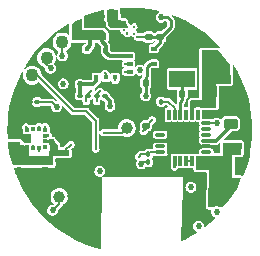
<source format=gbl>
G04 #@! TF.GenerationSoftware,KiCad,Pcbnew,(7.0.0)*
G04 #@! TF.CreationDate,2023-09-09T16:46:03-08:00*
G04 #@! TF.ProjectId,THINGY_2.0,5448494e-4759-45f3-922e-302e6b696361,rev?*
G04 #@! TF.SameCoordinates,Original*
G04 #@! TF.FileFunction,Copper,L6,Bot*
G04 #@! TF.FilePolarity,Positive*
%FSLAX46Y46*%
G04 Gerber Fmt 4.6, Leading zero omitted, Abs format (unit mm)*
G04 Created by KiCad (PCBNEW (7.0.0)) date 2023-09-09 16:46:03*
%MOMM*%
%LPD*%
G01*
G04 APERTURE LIST*
G04 Aperture macros list*
%AMRoundRect*
0 Rectangle with rounded corners*
0 $1 Rounding radius*
0 $2 $3 $4 $5 $6 $7 $8 $9 X,Y pos of 4 corners*
0 Add a 4 corners polygon primitive as box body*
4,1,4,$2,$3,$4,$5,$6,$7,$8,$9,$2,$3,0*
0 Add four circle primitives for the rounded corners*
1,1,$1+$1,$2,$3*
1,1,$1+$1,$4,$5*
1,1,$1+$1,$6,$7*
1,1,$1+$1,$8,$9*
0 Add four rect primitives between the rounded corners*
20,1,$1+$1,$2,$3,$4,$5,0*
20,1,$1+$1,$4,$5,$6,$7,0*
20,1,$1+$1,$6,$7,$8,$9,0*
20,1,$1+$1,$8,$9,$2,$3,0*%
G04 Aperture macros list end*
G04 #@! TA.AperFunction,SMDPad,CuDef*
%ADD10C,1.000000*%
G04 #@! TD*
G04 #@! TA.AperFunction,SMDPad,CuDef*
%ADD11C,1.100000*%
G04 #@! TD*
G04 #@! TA.AperFunction,SMDPad,CuDef*
%ADD12R,0.350000X0.300000*%
G04 #@! TD*
G04 #@! TA.AperFunction,SMDPad,CuDef*
%ADD13R,0.300000X0.350000*%
G04 #@! TD*
G04 #@! TA.AperFunction,SMDPad,CuDef*
%ADD14RoundRect,0.008100X0.126900X-0.396900X0.126900X0.396900X-0.126900X0.396900X-0.126900X-0.396900X0*%
G04 #@! TD*
G04 #@! TA.AperFunction,SMDPad,CuDef*
%ADD15RoundRect,0.027000X0.378000X-0.108000X0.378000X0.108000X-0.378000X0.108000X-0.378000X-0.108000X0*%
G04 #@! TD*
G04 #@! TA.AperFunction,SMDPad,CuDef*
%ADD16R,2.700000X2.700000*%
G04 #@! TD*
G04 #@! TA.AperFunction,SMDPad,CuDef*
%ADD17RoundRect,0.100000X-0.130000X-0.100000X0.130000X-0.100000X0.130000X0.100000X-0.130000X0.100000X0*%
G04 #@! TD*
G04 #@! TA.AperFunction,SMDPad,CuDef*
%ADD18RoundRect,0.140000X0.170000X-0.140000X0.170000X0.140000X-0.170000X0.140000X-0.170000X-0.140000X0*%
G04 #@! TD*
G04 #@! TA.AperFunction,SMDPad,CuDef*
%ADD19RoundRect,0.100000X0.100000X-0.130000X0.100000X0.130000X-0.100000X0.130000X-0.100000X-0.130000X0*%
G04 #@! TD*
G04 #@! TA.AperFunction,SMDPad,CuDef*
%ADD20RoundRect,0.140000X0.140000X0.170000X-0.140000X0.170000X-0.140000X-0.170000X0.140000X-0.170000X0*%
G04 #@! TD*
G04 #@! TA.AperFunction,SMDPad,CuDef*
%ADD21RoundRect,0.218750X0.381250X-0.218750X0.381250X0.218750X-0.381250X0.218750X-0.381250X-0.218750X0*%
G04 #@! TD*
G04 #@! TA.AperFunction,SMDPad,CuDef*
%ADD22RoundRect,0.100000X-0.100000X0.130000X-0.100000X-0.130000X0.100000X-0.130000X0.100000X0.130000X0*%
G04 #@! TD*
G04 #@! TA.AperFunction,SMDPad,CuDef*
%ADD23R,0.400000X0.400000*%
G04 #@! TD*
G04 #@! TA.AperFunction,SMDPad,CuDef*
%ADD24C,0.200000*%
G04 #@! TD*
G04 #@! TA.AperFunction,SMDPad,CuDef*
%ADD25RoundRect,0.140000X-0.140000X-0.170000X0.140000X-0.170000X0.140000X0.170000X-0.140000X0.170000X0*%
G04 #@! TD*
G04 #@! TA.AperFunction,SMDPad,CuDef*
%ADD26R,0.500000X0.350000*%
G04 #@! TD*
G04 #@! TA.AperFunction,SMDPad,CuDef*
%ADD27RoundRect,0.100000X0.130000X0.100000X-0.130000X0.100000X-0.130000X-0.100000X0.130000X-0.100000X0*%
G04 #@! TD*
G04 #@! TA.AperFunction,SMDPad,CuDef*
%ADD28RoundRect,0.225000X-0.225000X-0.250000X0.225000X-0.250000X0.225000X0.250000X-0.225000X0.250000X0*%
G04 #@! TD*
G04 #@! TA.AperFunction,SMDPad,CuDef*
%ADD29RoundRect,0.140000X-0.170000X0.140000X-0.170000X-0.140000X0.170000X-0.140000X0.170000X0.140000X0*%
G04 #@! TD*
G04 #@! TA.AperFunction,SMDPad,CuDef*
%ADD30R,2.184400X1.473200*%
G04 #@! TD*
G04 #@! TA.AperFunction,SMDPad,CuDef*
%ADD31R,2.133600X1.651000*%
G04 #@! TD*
G04 #@! TA.AperFunction,ViaPad*
%ADD32C,0.250000*%
G04 #@! TD*
G04 #@! TA.AperFunction,ViaPad*
%ADD33C,0.520000*%
G04 #@! TD*
G04 #@! TA.AperFunction,ViaPad*
%ADD34C,0.600000*%
G04 #@! TD*
G04 #@! TA.AperFunction,ViaPad*
%ADD35C,0.800000*%
G04 #@! TD*
G04 #@! TA.AperFunction,Conductor*
%ADD36C,0.203200*%
G04 #@! TD*
G04 #@! TA.AperFunction,Conductor*
%ADD37C,0.200000*%
G04 #@! TD*
G04 #@! TA.AperFunction,Conductor*
%ADD38C,0.320000*%
G04 #@! TD*
G04 #@! TA.AperFunction,Conductor*
%ADD39C,0.400000*%
G04 #@! TD*
G04 #@! TA.AperFunction,Conductor*
%ADD40C,0.254000*%
G04 #@! TD*
G04 APERTURE END LIST*
D10*
X119874964Y-81184600D03*
D11*
X111864964Y-76714600D03*
X113084964Y-75234600D03*
X114394964Y-73894600D03*
D12*
X112979199Y-81321399D03*
X112979199Y-81821399D03*
X112979199Y-82321399D03*
X112979199Y-82821399D03*
D13*
X112454199Y-82846399D03*
X111954199Y-82846399D03*
D12*
X111429199Y-82821399D03*
X111429199Y-82321399D03*
X111429199Y-81821399D03*
X111429199Y-81321399D03*
D13*
X111954199Y-81296399D03*
X112454199Y-81296399D03*
D14*
X125921200Y-83947000D03*
X125421200Y-83947000D03*
X124921200Y-83947000D03*
X124421200Y-83947000D03*
X123921200Y-83947000D03*
X123921200Y-83947000D03*
X123421200Y-83947000D03*
D15*
X122721200Y-83247000D03*
X122721200Y-82747000D03*
X122721200Y-82247000D03*
X122721200Y-81747000D03*
X122721200Y-81247000D03*
X122721200Y-80747000D03*
D14*
X123421200Y-80047000D03*
X123921200Y-80047000D03*
X124421200Y-80047000D03*
X124921200Y-80047000D03*
X125421200Y-80047000D03*
X125921200Y-80047000D03*
D15*
X126621200Y-80747000D03*
X126621200Y-81247000D03*
X126621200Y-81747000D03*
X126621200Y-82247000D03*
X126621200Y-82747000D03*
X126621200Y-83247000D03*
D16*
X124671199Y-81996999D03*
D17*
X115921000Y-78435200D03*
X116561000Y-78435200D03*
D18*
X121742200Y-73477000D03*
X121742200Y-72517000D03*
D19*
X122789964Y-78949600D03*
X122789964Y-78309600D03*
D20*
X124569964Y-78304600D03*
X123609964Y-78304600D03*
D21*
X128664964Y-82942100D03*
X128664964Y-80817100D03*
D22*
X121666000Y-83423800D03*
X121666000Y-84063800D03*
D23*
X116494963Y-76884599D03*
X117294963Y-76884599D03*
X117294963Y-76884599D03*
X118094963Y-76884599D03*
X118894963Y-76884599D03*
X118894963Y-74484599D03*
X118094963Y-74484599D03*
X117294963Y-74484599D03*
X116494963Y-74484599D03*
D18*
X110490000Y-82776000D03*
X110490000Y-81816000D03*
X116796400Y-73306400D03*
X116796400Y-72346400D03*
D10*
X115714964Y-89124600D03*
D18*
X121507364Y-80977000D03*
X121507364Y-80017000D03*
D24*
X119626800Y-72336600D03*
X119626800Y-72902600D03*
X119626800Y-73468600D03*
X119909800Y-72619600D03*
X119909800Y-73185600D03*
X120192800Y-72336600D03*
X120192800Y-73468600D03*
X120475800Y-72619600D03*
X120475800Y-73185600D03*
X120758800Y-72336600D03*
X120758800Y-72902600D03*
X120758800Y-73468600D03*
D10*
X114174964Y-86994600D03*
D18*
X117736200Y-73306400D03*
X117736200Y-72346400D03*
D25*
X128454964Y-84129600D03*
X129414964Y-84129600D03*
D20*
X121479364Y-77343000D03*
X120519364Y-77343000D03*
D22*
X114681000Y-83307000D03*
X114681000Y-83947000D03*
D26*
X120116599Y-74453199D03*
X120116599Y-75103199D03*
X120116599Y-75753199D03*
X120116599Y-76403199D03*
X122166599Y-76403199D03*
X122166599Y-75753199D03*
X122166599Y-75103199D03*
X122166599Y-74453199D03*
D27*
X112283200Y-78994000D03*
X111643200Y-78994000D03*
D28*
X126964964Y-78379600D03*
X128514964Y-78379600D03*
D29*
X118676000Y-72346400D03*
X118676000Y-73306400D03*
D30*
X124562163Y-77028199D03*
D31*
X124587563Y-74208799D03*
D18*
X122707400Y-73479600D03*
X122707400Y-72519600D03*
D29*
X112964964Y-83819600D03*
X112964964Y-84779600D03*
D27*
X118008800Y-78460600D03*
X117368800Y-78460600D03*
D32*
X117934964Y-81574600D03*
D33*
X121104964Y-84204600D03*
X114414964Y-75054600D03*
X113424964Y-76134600D03*
X117564964Y-75154600D03*
X124860164Y-86999400D03*
X114639964Y-87904600D03*
X122167764Y-85018200D03*
X124936364Y-82122600D03*
D34*
X115044964Y-76774600D03*
D33*
X124885564Y-88167800D03*
D34*
X124389964Y-72629600D03*
X125989964Y-73554600D03*
D33*
X114496964Y-89006000D03*
X118564964Y-80179600D03*
X130014964Y-82304600D03*
X110139964Y-81204600D03*
D34*
X123014964Y-75604600D03*
D33*
X117239964Y-85754600D03*
X129664964Y-78354600D03*
X124250564Y-81106600D03*
X130014964Y-83154600D03*
X114814964Y-84579600D03*
X121044964Y-85004600D03*
X121177164Y-79176200D03*
D34*
X122789964Y-76879600D03*
D33*
X116539964Y-81129600D03*
X121789964Y-71654600D03*
X116839964Y-75154600D03*
X119839964Y-77429600D03*
X117214764Y-87913800D03*
X124910964Y-89488600D03*
X125489964Y-81129600D03*
D34*
X125164964Y-73079600D03*
D33*
X111164964Y-78129600D03*
X115106564Y-86897800D03*
X110764964Y-84779600D03*
X114852564Y-85907200D03*
X112814964Y-85804600D03*
X116164964Y-81929600D03*
X117240164Y-86770800D03*
X113214964Y-87304600D03*
X116376564Y-89996600D03*
X119983364Y-84992800D03*
X120614964Y-71529600D03*
X118889964Y-84979600D03*
X117764964Y-71729600D03*
X117265564Y-90860200D03*
X123386964Y-85043600D03*
X129789964Y-79204600D03*
D34*
X128639964Y-85879600D03*
D33*
X118689964Y-71504600D03*
D34*
X127489964Y-85904600D03*
D33*
X115564964Y-73329600D03*
X122789964Y-71804600D03*
X111164964Y-83404600D03*
D34*
X128439964Y-86729600D03*
D33*
X115564964Y-72529600D03*
D34*
X127489964Y-86804600D03*
D33*
X115921000Y-77490636D03*
X113604964Y-88164600D03*
X110514964Y-83904600D03*
X118454964Y-79324600D03*
X117589964Y-84854600D03*
X114489964Y-77429600D03*
X121479364Y-78439600D03*
D32*
X115138200Y-82600800D03*
X118019964Y-76559600D03*
X119761000Y-75768200D03*
X116452764Y-78922200D03*
X116833764Y-78007800D03*
X119913400Y-73177400D03*
X119634000Y-72898000D03*
X117621164Y-78084000D03*
X118883782Y-77153418D03*
X119761000Y-76428600D03*
X117316364Y-78922200D03*
D35*
X126841364Y-75163000D03*
X127314964Y-76944600D03*
X127834964Y-75854600D03*
D33*
X113944964Y-79394600D03*
X127473714Y-88270850D03*
D32*
X122548764Y-82732200D03*
D33*
X125952364Y-89514000D03*
D32*
X122472564Y-81767000D03*
D33*
X127489964Y-80779600D03*
X120989964Y-76279600D03*
D32*
X120465964Y-72623000D03*
X120465964Y-73181800D03*
X111963200Y-82677000D03*
X112445800Y-83159600D03*
X117240164Y-82960800D03*
X112953800Y-81076800D03*
X112471200Y-81076800D03*
X111328200Y-81102200D03*
X113207800Y-81813400D03*
X126764964Y-81754600D03*
X125439964Y-83954600D03*
D33*
X125304664Y-86199300D03*
D32*
X124939964Y-79929600D03*
X123914964Y-84479400D03*
X121278764Y-81462200D03*
X122040764Y-80497000D03*
X120885064Y-83608500D03*
D36*
X119484964Y-81574600D02*
X119874964Y-81184600D01*
X117934964Y-81574600D02*
X119484964Y-81574600D01*
X121245764Y-84063800D02*
X121666000Y-84063800D01*
X121104964Y-84204600D02*
X121245764Y-84063800D01*
D37*
X114394964Y-74104600D02*
X114364964Y-74074600D01*
X114394964Y-75034600D02*
X114394964Y-74104600D01*
X114414964Y-75054600D02*
X114394964Y-75034600D01*
D36*
X114174964Y-87594600D02*
X114174964Y-86994600D01*
X113604964Y-88164600D02*
X114174964Y-87594600D01*
D37*
X113054964Y-75764600D02*
X113424964Y-76134600D01*
X113054964Y-75254600D02*
X113054964Y-75764600D01*
D36*
X112164964Y-76604600D02*
X111774964Y-76604600D01*
X115320764Y-79760400D02*
X112164964Y-76604600D01*
X116452764Y-79760400D02*
X115320764Y-79760400D01*
X117240164Y-80547800D02*
X116452764Y-79760400D01*
X117240164Y-82960800D02*
X117240164Y-80547800D01*
X113544364Y-78994000D02*
X112283200Y-78994000D01*
X113944964Y-79394600D02*
X113544364Y-78994000D01*
D38*
X118454964Y-78906764D02*
X118008800Y-78460600D01*
X118454964Y-79324600D02*
X118454964Y-78906764D01*
D39*
X129664964Y-78354600D02*
X128539964Y-78354600D01*
D40*
X123609964Y-78304600D02*
X122794964Y-78304600D01*
D36*
X112964964Y-85654600D02*
X112814964Y-85804600D01*
X123437764Y-83963564D02*
X123421200Y-83947000D01*
X123421200Y-83947000D02*
X123421200Y-83247000D01*
X123386964Y-83981236D02*
X123386964Y-85043600D01*
X123421200Y-80747000D02*
X124671200Y-81997000D01*
X122166600Y-75103200D02*
X122869964Y-75103200D01*
X124421200Y-82247000D02*
X124671200Y-81997000D01*
X118676000Y-73286200D02*
X117736200Y-72346400D01*
X123921200Y-81247000D02*
X124671200Y-81997000D01*
X110495400Y-81821400D02*
X110490000Y-81816000D01*
X114681000Y-84445636D02*
X114814964Y-84579600D01*
D39*
X128539964Y-78354600D02*
X128514964Y-78379600D01*
D36*
X122869964Y-75103200D02*
X123014964Y-75248200D01*
X118838200Y-73468600D02*
X118676000Y-73306400D01*
X111429200Y-81821400D02*
X110495400Y-81821400D01*
X122721200Y-81247000D02*
X123921200Y-81247000D01*
X115596364Y-89006000D02*
X115714964Y-89124600D01*
D39*
X130014964Y-83529600D02*
X130014964Y-83154600D01*
D40*
X122794964Y-78304600D02*
X122789964Y-78309600D01*
D36*
X121507364Y-79506400D02*
X121177164Y-79176200D01*
X114496964Y-89006000D02*
X115596364Y-89006000D01*
X121507364Y-80017000D02*
X121507364Y-79506400D01*
X110251364Y-81816000D02*
X110139964Y-81704600D01*
X120519364Y-77343000D02*
X119926564Y-77343000D01*
X116384964Y-76774600D02*
X116494964Y-76884600D01*
X123421200Y-83247000D02*
X124671200Y-81997000D01*
D40*
X122313564Y-76403200D02*
X122166600Y-76403200D01*
D36*
X119857164Y-74484600D02*
X118894964Y-74484600D01*
X126621200Y-82747000D02*
X125421200Y-82747000D01*
X117294964Y-74884600D02*
X117564964Y-75154600D01*
X119926564Y-77343000D02*
X119839964Y-77429600D01*
X122721200Y-80747000D02*
X123421200Y-80747000D01*
X111379364Y-78994000D02*
X111164964Y-78779600D01*
X111429200Y-82321400D02*
X111429200Y-81821400D01*
X111164964Y-78779600D02*
X111164964Y-78129600D01*
X122721200Y-82247000D02*
X124421200Y-82247000D01*
X118894964Y-73525364D02*
X118676000Y-73306400D01*
D39*
X129789964Y-78479600D02*
X129664964Y-78354600D01*
D36*
X117294964Y-74484600D02*
X117294964Y-74884600D01*
X120192800Y-74377000D02*
X120116600Y-74453200D01*
X119888564Y-74453200D02*
X119857164Y-74484600D01*
D39*
X130014964Y-82304600D02*
X130014964Y-83154600D01*
D36*
X119626800Y-73468600D02*
X118838200Y-73468600D01*
X117736200Y-72346400D02*
X117736200Y-71758364D01*
D39*
X129414964Y-84129600D02*
X130014964Y-83529600D01*
D36*
X115044964Y-76774600D02*
X116384964Y-76774600D01*
X118676000Y-73306400D02*
X118676000Y-73286200D01*
X110139964Y-81704600D02*
X110139964Y-81204600D01*
D40*
X122789964Y-76879600D02*
X122789964Y-78309600D01*
X122789964Y-76879600D02*
X122313564Y-76403200D01*
D39*
X129789964Y-79204600D02*
X129789964Y-78479600D01*
D36*
X125421200Y-82747000D02*
X124671200Y-81997000D01*
X117736200Y-71758364D02*
X117764964Y-71729600D01*
X123421200Y-83947000D02*
X123386964Y-83981236D01*
X123014964Y-75248200D02*
X123014964Y-75604600D01*
X118894964Y-74484600D02*
X118894964Y-73525364D01*
X116796400Y-72346400D02*
X117736200Y-72346400D01*
X110490000Y-81816000D02*
X110251364Y-81816000D01*
X114681000Y-83947000D02*
X114681000Y-84445636D01*
X120192800Y-73468600D02*
X120192800Y-74377000D01*
X120116600Y-74453200D02*
X119888564Y-74453200D01*
X116839964Y-75154600D02*
X117564964Y-75154600D01*
X112964964Y-84779600D02*
X112964964Y-85654600D01*
X111643200Y-78994000D02*
X111379364Y-78994000D01*
D40*
X121479364Y-77343000D02*
X121479364Y-76864836D01*
D36*
X119626800Y-72336600D02*
X119617000Y-72346400D01*
X119089964Y-72346400D02*
X118676000Y-72346400D01*
X113709564Y-83316400D02*
X113709564Y-82605200D01*
D40*
X122707400Y-73479600D02*
X122707400Y-73912400D01*
D38*
X115921000Y-77490636D02*
X115921000Y-78435200D01*
D36*
X119617000Y-72346400D02*
X118676000Y-72346400D01*
D40*
X122707400Y-73912400D02*
X122166600Y-74453200D01*
X122707400Y-73479600D02*
X122764964Y-73479600D01*
X121589600Y-76026564D02*
X121589600Y-76754600D01*
X122166600Y-75753200D02*
X121862964Y-75753200D01*
D36*
X113052800Y-83794600D02*
X113231364Y-83794600D01*
D38*
X116796400Y-73306400D02*
X116796400Y-74183164D01*
D36*
X111429200Y-82821400D02*
X110535400Y-82821400D01*
X128454964Y-83414600D02*
X128454964Y-84129600D01*
X115138200Y-82600800D02*
X114681000Y-83058000D01*
D38*
X117736200Y-73845836D02*
X117736200Y-73306400D01*
D36*
X121742200Y-73477000D02*
X120767200Y-73477000D01*
X113709564Y-82605200D02*
X113480964Y-82376600D01*
D40*
X123314964Y-71804600D02*
X122789964Y-71804600D01*
X123589964Y-72654600D02*
X123589964Y-72079600D01*
D36*
X114681000Y-83058000D02*
X114681000Y-83307000D01*
D38*
X118104964Y-74214600D02*
X117736200Y-73845836D01*
D36*
X128952464Y-82917100D02*
X128454964Y-83414600D01*
D40*
X121862964Y-75753200D02*
X121589600Y-76026564D01*
D36*
X113231364Y-83794600D02*
X113709564Y-83316400D01*
D38*
X118438564Y-75103200D02*
X118064964Y-74729600D01*
D36*
X129114964Y-82917100D02*
X128952464Y-82917100D01*
D40*
X122707400Y-73479600D02*
X121744800Y-73479600D01*
D36*
X120767200Y-73477000D02*
X120758800Y-73468600D01*
D38*
X118064964Y-74454600D02*
X118104964Y-74414600D01*
X115921000Y-77490636D02*
X117028928Y-77490636D01*
D36*
X119363164Y-72619600D02*
X119089964Y-72346400D01*
D40*
X121479364Y-76864836D02*
X121589600Y-76754600D01*
D36*
X110535400Y-82821400D02*
X110490000Y-82776000D01*
D40*
X121479364Y-78439600D02*
X121479364Y-77343000D01*
D38*
X117028928Y-77490636D02*
X117294964Y-77224600D01*
D36*
X119909800Y-72619600D02*
X119363164Y-72619600D01*
X113034400Y-82376600D02*
X112979200Y-82321400D01*
D38*
X118064964Y-74729600D02*
X118064964Y-74454600D01*
D40*
X123589964Y-72079600D02*
X123314964Y-71804600D01*
D36*
X128272364Y-83947000D02*
X125921200Y-83947000D01*
X128454964Y-84129600D02*
X128272364Y-83947000D01*
X113480964Y-82376600D02*
X113034400Y-82376600D01*
D38*
X120116600Y-75103200D02*
X118438564Y-75103200D01*
X116796400Y-74183164D02*
X116494964Y-74484600D01*
D40*
X122764964Y-73479600D02*
X123589964Y-72654600D01*
D38*
X118104964Y-74414600D02*
X118104964Y-74214600D01*
X117294964Y-77224600D02*
X117294964Y-76884600D01*
D40*
X121744800Y-73479600D02*
X121742200Y-73477000D01*
D36*
X116452764Y-78543436D02*
X116561000Y-78435200D01*
X116561000Y-78280564D02*
X116833764Y-78007800D01*
X116452764Y-78922200D02*
X116452764Y-78543436D01*
X118019964Y-76559600D02*
X118094964Y-76634600D01*
X118094964Y-76634600D02*
X118094964Y-76884600D01*
X119776000Y-75753200D02*
X119761000Y-75768200D01*
X120116600Y-75753200D02*
X119776000Y-75753200D01*
X116561000Y-78435200D02*
X116561000Y-78280564D01*
X118894964Y-76884600D02*
X118883782Y-76895782D01*
X117368800Y-78460600D02*
X117368800Y-78302652D01*
X117316364Y-78513036D02*
X117368800Y-78460600D01*
X120116600Y-76403200D02*
X119786400Y-76403200D01*
X119786400Y-76403200D02*
X119761000Y-76428600D01*
X118883782Y-76895782D02*
X118883782Y-77153418D01*
X117316364Y-78922200D02*
X117316364Y-78513036D01*
X117368800Y-78302652D02*
X117612452Y-78059000D01*
D40*
X124569964Y-78806000D02*
X124569964Y-78304600D01*
X124421200Y-80047000D02*
X124421200Y-78954764D01*
X124421200Y-78954764D02*
X124569964Y-78806000D01*
X124562164Y-77028200D02*
X124562164Y-78296800D01*
X124562164Y-78296800D02*
X124569964Y-78304600D01*
D36*
X124594964Y-78279600D02*
X124421200Y-78453364D01*
X124594964Y-78279600D02*
X124412164Y-78096800D01*
X127457364Y-80747000D02*
X127489964Y-80779600D01*
X126621200Y-80747000D02*
X127457364Y-80747000D01*
X111954200Y-82686000D02*
X111963200Y-82677000D01*
X111954200Y-82846400D02*
X111954200Y-82686000D01*
X112445800Y-83159600D02*
X112454200Y-83151200D01*
X112454200Y-83151200D02*
X112454200Y-82846400D01*
X112979200Y-81321400D02*
X112979200Y-81102200D01*
X112979200Y-81102200D02*
X112953800Y-81076800D01*
X112454200Y-81296400D02*
X112454200Y-81093800D01*
X112454200Y-81093800D02*
X112471200Y-81076800D01*
X111429200Y-81203200D02*
X111328200Y-81102200D01*
X111429200Y-81321400D02*
X111429200Y-81203200D01*
X112979200Y-81821400D02*
X113199800Y-81821400D01*
X113199800Y-81821400D02*
X113207800Y-81813400D01*
D38*
X126621200Y-82247000D02*
X127460064Y-82247000D01*
X127460064Y-82247000D02*
X128889964Y-80817100D01*
D36*
X124921200Y-83947000D02*
X125421200Y-83947000D01*
X123921200Y-80047000D02*
X123921200Y-79510836D01*
X123921200Y-79510836D02*
X123359964Y-78949600D01*
X123359964Y-78949600D02*
X122789964Y-78949600D01*
X121507364Y-80977000D02*
X121507364Y-81233600D01*
X121507364Y-80977000D02*
X121560764Y-80977000D01*
X121507364Y-81233600D02*
X121278764Y-81462200D01*
X123921200Y-84473164D02*
X123914964Y-84479400D01*
X123921200Y-83947000D02*
X123921200Y-84473164D01*
X125304664Y-86199300D02*
X125219364Y-86284600D01*
X121560764Y-80977000D02*
X122040764Y-80497000D01*
X122721200Y-83247000D02*
X121842800Y-83247000D01*
X121842800Y-83247000D02*
X121666000Y-83423800D01*
X120885064Y-83608500D02*
X121069764Y-83423800D01*
X121069764Y-83423800D02*
X121666000Y-83423800D01*
G04 #@! TA.AperFunction,Conductor*
G36*
X117927695Y-71224942D02*
G01*
X117950746Y-71242913D01*
X117959464Y-71270812D01*
X117959464Y-71491727D01*
X117959604Y-71493035D01*
X117959605Y-71493041D01*
X117964020Y-71534107D01*
X117964022Y-71534119D01*
X117964161Y-71535412D01*
X117966330Y-71545382D01*
X117980203Y-71587064D01*
X117980747Y-71588256D01*
X117980749Y-71588260D01*
X118009224Y-71650613D01*
X118013153Y-71663994D01*
X118021583Y-71722625D01*
X118021583Y-71736573D01*
X118013153Y-71795204D01*
X118009224Y-71808585D01*
X117980751Y-71870933D01*
X117980747Y-71870941D01*
X117980204Y-71872132D01*
X117979792Y-71873369D01*
X117979786Y-71873385D01*
X117966746Y-71912565D01*
X117966330Y-71913816D01*
X117966053Y-71915088D01*
X117966050Y-71915100D01*
X117964439Y-71922505D01*
X117964436Y-71922517D01*
X117964161Y-71923786D01*
X117964022Y-71925075D01*
X117964020Y-71925090D01*
X117960036Y-71962147D01*
X117959464Y-71967471D01*
X117959464Y-71973682D01*
X117959931Y-71976032D01*
X117959932Y-71976038D01*
X117974634Y-72049956D01*
X117975104Y-72052318D01*
X117976024Y-72054540D01*
X117976025Y-72054542D01*
X117981211Y-72067065D01*
X117981214Y-72067072D01*
X117982133Y-72069289D01*
X117983468Y-72071288D01*
X117983473Y-72071296D01*
X118010129Y-72111190D01*
X118013796Y-72117703D01*
X118036608Y-72166624D01*
X118041199Y-72187331D01*
X118041199Y-72419723D01*
X118041666Y-72422073D01*
X118041667Y-72422079D01*
X118056369Y-72495997D01*
X118056839Y-72498359D01*
X118057759Y-72500581D01*
X118057760Y-72500583D01*
X118062946Y-72513106D01*
X118062949Y-72513113D01*
X118063868Y-72515330D01*
X118065202Y-72517326D01*
X118065205Y-72517332D01*
X118066283Y-72518945D01*
X118108418Y-72582004D01*
X118369295Y-72842881D01*
X118371296Y-72844218D01*
X118433966Y-72886093D01*
X118433968Y-72886094D01*
X118435969Y-72887431D01*
X118438189Y-72888350D01*
X118438192Y-72888352D01*
X118443001Y-72890343D01*
X118452940Y-72894460D01*
X118531576Y-72910100D01*
X119264496Y-72910100D01*
X119295992Y-72921564D01*
X119312752Y-72950591D01*
X119316059Y-72969345D01*
X119323412Y-73011045D01*
X119380806Y-73110455D01*
X119384088Y-73113209D01*
X119384090Y-73113211D01*
X119414448Y-73138684D01*
X119468739Y-73184240D01*
X119565412Y-73219425D01*
X119586188Y-73233973D01*
X119596907Y-73256960D01*
X119602812Y-73290445D01*
X119660206Y-73389855D01*
X119663488Y-73392609D01*
X119663490Y-73392611D01*
X119715101Y-73435918D01*
X119748139Y-73463640D01*
X119856006Y-73502900D01*
X119966505Y-73502900D01*
X119970794Y-73502900D01*
X120078661Y-73463640D01*
X120155563Y-73399110D01*
X120187060Y-73387647D01*
X120218557Y-73399111D01*
X120300703Y-73468040D01*
X120408570Y-73507300D01*
X120414227Y-73507300D01*
X120415631Y-73507788D01*
X120417079Y-73508044D01*
X120417037Y-73508278D01*
X120444649Y-73517888D01*
X120458389Y-73539512D01*
X120459630Y-73538965D01*
X120467954Y-73557818D01*
X120471044Y-73567980D01*
X120471321Y-73568743D01*
X120472066Y-73572963D01*
X120481701Y-73589651D01*
X120484083Y-73594344D01*
X120505251Y-73642285D01*
X120508460Y-73645494D01*
X120513833Y-73650867D01*
X120518288Y-73655986D01*
X120519919Y-73658146D01*
X120521943Y-73662210D01*
X120525295Y-73665266D01*
X120525297Y-73665268D01*
X120557696Y-73694803D01*
X120559333Y-73696367D01*
X120573377Y-73710411D01*
X120576364Y-73712457D01*
X120581674Y-73716661D01*
X120605410Y-73738300D01*
X120620089Y-73743987D01*
X120630075Y-73749250D01*
X120643061Y-73758145D01*
X120674305Y-73765493D01*
X120680786Y-73767499D01*
X120710728Y-73779100D01*
X120726469Y-73779100D01*
X120737687Y-73780401D01*
X120753006Y-73784005D01*
X120784799Y-73779570D01*
X120791570Y-73779100D01*
X121240872Y-73779100D01*
X121267200Y-73786774D01*
X121285281Y-73807392D01*
X121287164Y-73811432D01*
X121287166Y-73811435D01*
X121288976Y-73815316D01*
X121373884Y-73900224D01*
X121482713Y-73950972D01*
X121532299Y-73957500D01*
X121952100Y-73957499D01*
X122001687Y-73950972D01*
X122110516Y-73900224D01*
X122188852Y-73821887D01*
X122223500Y-73807536D01*
X122258148Y-73821888D01*
X122261804Y-73825544D01*
X122276156Y-73860192D01*
X122261804Y-73894840D01*
X122215261Y-73941384D01*
X122134731Y-74021915D01*
X122093298Y-74063348D01*
X122077402Y-74073970D01*
X122058650Y-74077700D01*
X121896852Y-74077700D01*
X121894493Y-74078169D01*
X121894485Y-74078170D01*
X121843105Y-74088390D01*
X121843100Y-74088391D01*
X121838369Y-74089333D01*
X121834357Y-74092013D01*
X121834354Y-74092015D01*
X121776059Y-74130967D01*
X121776056Y-74130969D01*
X121772048Y-74133648D01*
X121769369Y-74137656D01*
X121769367Y-74137659D01*
X121730415Y-74195954D01*
X121730413Y-74195957D01*
X121727733Y-74199969D01*
X121726791Y-74204700D01*
X121726790Y-74204705D01*
X121716570Y-74256085D01*
X121716569Y-74256093D01*
X121716100Y-74258452D01*
X121716100Y-74647948D01*
X121716569Y-74650307D01*
X121716570Y-74650314D01*
X121726790Y-74701694D01*
X121726791Y-74701697D01*
X121727733Y-74706431D01*
X121730414Y-74710444D01*
X121730415Y-74710445D01*
X121762253Y-74758094D01*
X121772048Y-74772752D01*
X121838369Y-74817067D01*
X121896852Y-74828700D01*
X122433938Y-74828700D01*
X122436348Y-74828700D01*
X122494831Y-74817067D01*
X122561152Y-74772752D01*
X122605467Y-74706431D01*
X122617100Y-74647948D01*
X122617100Y-74486150D01*
X122631452Y-74451502D01*
X122771174Y-74311780D01*
X122927362Y-74155591D01*
X122930504Y-74152713D01*
X122948445Y-74137659D01*
X122962150Y-74126160D01*
X122982803Y-74090385D01*
X122985089Y-74086795D01*
X123008795Y-74052943D01*
X123010912Y-74045038D01*
X123015808Y-74033220D01*
X123019897Y-74026139D01*
X123027069Y-73985457D01*
X123027995Y-73981283D01*
X123033786Y-73959675D01*
X123038687Y-73941384D01*
X123039606Y-73941630D01*
X123046055Y-73923901D01*
X123065490Y-73907591D01*
X123075716Y-73902824D01*
X123160624Y-73817916D01*
X123211372Y-73709087D01*
X123217900Y-73659501D01*
X123217899Y-73510112D01*
X123221629Y-73491362D01*
X123232248Y-73475468D01*
X123809926Y-72897791D01*
X123813068Y-72894913D01*
X123817541Y-72891160D01*
X123844714Y-72868360D01*
X123865370Y-72832580D01*
X123867660Y-72828984D01*
X123891358Y-72795143D01*
X123893473Y-72787245D01*
X123898369Y-72775425D01*
X123902461Y-72768339D01*
X123909635Y-72727646D01*
X123910561Y-72723472D01*
X123921250Y-72683584D01*
X123917649Y-72642435D01*
X123917464Y-72638165D01*
X123917464Y-72096042D01*
X123917651Y-72091771D01*
X123918569Y-72081272D01*
X123939964Y-73129600D01*
X123939964Y-73279600D01*
X123489964Y-73304600D01*
X123539964Y-75029600D01*
X125664964Y-75054600D01*
X125664964Y-73879600D01*
X126414964Y-73879600D01*
X126414964Y-73204600D01*
X125039964Y-72304600D01*
X124264964Y-71929600D01*
X123914964Y-71904600D01*
X123917671Y-72037258D01*
X123910557Y-72010711D01*
X123909633Y-72006541D01*
X123904255Y-71976038D01*
X123902461Y-71965861D01*
X123898371Y-71958777D01*
X123893477Y-71946961D01*
X123892468Y-71943195D01*
X123892467Y-71943193D01*
X123891359Y-71939057D01*
X123888900Y-71935545D01*
X123888899Y-71935543D01*
X123867663Y-71905215D01*
X123865366Y-71901610D01*
X123846859Y-71869555D01*
X123846858Y-71869554D01*
X123844714Y-71865840D01*
X123841430Y-71863084D01*
X123841429Y-71863083D01*
X123813067Y-71839285D01*
X123809916Y-71836397D01*
X123675367Y-71701848D01*
X123661279Y-71672284D01*
X123668961Y-71640449D01*
X123694981Y-71620563D01*
X123727716Y-71621509D01*
X124181642Y-71797361D01*
X124184421Y-71798537D01*
X124762043Y-72064285D01*
X124764745Y-72065630D01*
X125324924Y-72366439D01*
X125327537Y-72367948D01*
X125868120Y-72702663D01*
X125870636Y-72704330D01*
X125978960Y-72781011D01*
X126389609Y-73071703D01*
X126392001Y-73073510D01*
X126884104Y-73469505D01*
X126887364Y-73472128D01*
X126889652Y-73474089D01*
X126927156Y-73508278D01*
X127359522Y-73902432D01*
X127361689Y-73904532D01*
X127756584Y-74311780D01*
X127770162Y-74341004D01*
X127762654Y-74372342D01*
X127737307Y-74392239D01*
X127705083Y-74392092D01*
X127674998Y-74381462D01*
X127674980Y-74381456D01*
X127673693Y-74381002D01*
X127672365Y-74380696D01*
X127672351Y-74380692D01*
X127665354Y-74379081D01*
X127663017Y-74378543D01*
X127661654Y-74378388D01*
X127661642Y-74378386D01*
X127618271Y-74373456D01*
X127618257Y-74373455D01*
X127616892Y-74373300D01*
X126230764Y-74373300D01*
X126228404Y-74373769D01*
X126228398Y-74373770D01*
X126154479Y-74388474D01*
X126154468Y-74388477D01*
X126152117Y-74388945D01*
X126149899Y-74389863D01*
X126149895Y-74389865D01*
X126137087Y-74395170D01*
X126137077Y-74395175D01*
X126134864Y-74396092D01*
X126132864Y-74397427D01*
X126132859Y-74397431D01*
X126072212Y-74437956D01*
X126072209Y-74437958D01*
X126068201Y-74440637D01*
X126065522Y-74444645D01*
X126065520Y-74444648D01*
X126024995Y-74505295D01*
X126024991Y-74505300D01*
X126023656Y-74507300D01*
X126022739Y-74509513D01*
X126022734Y-74509523D01*
X126017429Y-74522331D01*
X126016509Y-74524553D01*
X126016041Y-74526904D01*
X126016038Y-74526915D01*
X126001334Y-74600834D01*
X126001333Y-74600840D01*
X126000864Y-74603200D01*
X126000864Y-74605610D01*
X126000864Y-78591500D01*
X125986512Y-78626148D01*
X125951864Y-78640500D01*
X125290964Y-78640500D01*
X125288604Y-78640969D01*
X125288598Y-78640970D01*
X125214679Y-78655674D01*
X125214668Y-78655677D01*
X125212317Y-78656145D01*
X125210099Y-78657063D01*
X125210095Y-78657065D01*
X125197287Y-78662370D01*
X125197277Y-78662375D01*
X125195064Y-78663292D01*
X125193064Y-78664627D01*
X125193059Y-78664631D01*
X125132412Y-78705156D01*
X125132409Y-78705158D01*
X125128401Y-78707837D01*
X125125722Y-78711845D01*
X125125720Y-78711848D01*
X125085195Y-78772495D01*
X125085191Y-78772500D01*
X125083856Y-78774500D01*
X125082939Y-78776713D01*
X125082934Y-78776723D01*
X125077750Y-78789239D01*
X125076709Y-78791753D01*
X125076241Y-78794104D01*
X125076238Y-78794115D01*
X125061534Y-78868034D01*
X125061533Y-78868040D01*
X125061064Y-78870400D01*
X125061064Y-78872810D01*
X125061064Y-79392500D01*
X125046712Y-79427148D01*
X125012064Y-79441500D01*
X124868069Y-79441500D01*
X124797699Y-79441500D01*
X124773200Y-79434936D01*
X124755265Y-79417001D01*
X124748700Y-79392501D01*
X124748700Y-79110715D01*
X124763050Y-79076068D01*
X124769629Y-79069488D01*
X124789925Y-79049191D01*
X124793068Y-79046313D01*
X124801836Y-79038956D01*
X124824714Y-79019760D01*
X124845372Y-78983977D01*
X124847668Y-78980374D01*
X124854088Y-78971206D01*
X124871358Y-78946543D01*
X124873473Y-78938645D01*
X124878369Y-78926825D01*
X124882461Y-78919739D01*
X124889635Y-78879049D01*
X124890560Y-78874879D01*
X124901251Y-78834984D01*
X124900877Y-78830716D01*
X124900878Y-78830711D01*
X124897651Y-78793829D01*
X124897464Y-78789558D01*
X124897464Y-78788936D01*
X124911816Y-78754288D01*
X124950684Y-78715420D01*
X124993188Y-78672916D01*
X125043936Y-78564087D01*
X125050464Y-78514501D01*
X125050463Y-78094700D01*
X125043936Y-78045113D01*
X125039363Y-78035307D01*
X125039225Y-78035010D01*
X125035954Y-78003001D01*
X125053241Y-77975864D01*
X125083633Y-77965300D01*
X125671702Y-77965300D01*
X125674112Y-77965300D01*
X125732595Y-77953667D01*
X125798916Y-77909352D01*
X125843231Y-77843031D01*
X125854864Y-77784548D01*
X125854864Y-76271852D01*
X125843231Y-76213369D01*
X125798916Y-76147048D01*
X125789616Y-76140834D01*
X125736609Y-76105415D01*
X125736608Y-76105414D01*
X125732595Y-76102733D01*
X125727861Y-76101791D01*
X125727858Y-76101790D01*
X125676478Y-76091570D01*
X125676471Y-76091569D01*
X125674112Y-76091100D01*
X123450216Y-76091100D01*
X123447857Y-76091569D01*
X123447849Y-76091570D01*
X123396469Y-76101790D01*
X123396464Y-76101791D01*
X123391733Y-76102733D01*
X123387721Y-76105413D01*
X123387718Y-76105415D01*
X123329423Y-76144367D01*
X123329420Y-76144369D01*
X123325412Y-76147048D01*
X123322733Y-76151056D01*
X123322731Y-76151059D01*
X123283779Y-76209354D01*
X123283777Y-76209357D01*
X123281097Y-76213369D01*
X123280155Y-76218100D01*
X123280154Y-76218105D01*
X123269934Y-76269485D01*
X123269933Y-76269493D01*
X123269464Y-76271852D01*
X123269464Y-77784548D01*
X123269933Y-77786907D01*
X123269934Y-77786914D01*
X123280154Y-77838294D01*
X123280155Y-77838297D01*
X123281097Y-77843031D01*
X123325412Y-77909352D01*
X123391733Y-77953667D01*
X123450216Y-77965300D01*
X124056295Y-77965300D01*
X124086687Y-77975864D01*
X124103974Y-78003001D01*
X124100703Y-78035010D01*
X124097575Y-78041715D01*
X124097572Y-78041723D01*
X124095992Y-78045113D01*
X124095503Y-78048824D01*
X124095503Y-78048826D01*
X124089672Y-78093114D01*
X124089671Y-78093124D01*
X124089464Y-78094699D01*
X124089464Y-78096298D01*
X124089464Y-78096299D01*
X124089464Y-78512898D01*
X124089464Y-78512913D01*
X124089465Y-78514500D01*
X124089672Y-78516073D01*
X124089673Y-78516087D01*
X124095503Y-78560371D01*
X124095992Y-78564087D01*
X124097574Y-78567479D01*
X124097575Y-78567483D01*
X124144174Y-78667414D01*
X124146740Y-78672916D01*
X124149770Y-78675946D01*
X124157570Y-78683746D01*
X124171503Y-78711998D01*
X124165357Y-78742894D01*
X124145792Y-78776781D01*
X124143496Y-78780385D01*
X124122264Y-78810708D01*
X124122260Y-78810715D01*
X124119806Y-78814221D01*
X124118698Y-78818353D01*
X124118694Y-78818363D01*
X124117685Y-78822130D01*
X124112797Y-78833932D01*
X124110846Y-78837311D01*
X124110844Y-78837315D01*
X124108703Y-78841025D01*
X124107959Y-78845242D01*
X124107958Y-78845246D01*
X124101529Y-78881704D01*
X124100605Y-78885875D01*
X124089913Y-78925780D01*
X124090286Y-78930046D01*
X124090286Y-78930051D01*
X124093513Y-78966935D01*
X124093700Y-78971206D01*
X124093700Y-79137806D01*
X124079348Y-79172454D01*
X124044700Y-79186806D01*
X124010052Y-79172454D01*
X123613329Y-78775731D01*
X123608875Y-78770613D01*
X123607244Y-78768453D01*
X123605221Y-78764390D01*
X123601866Y-78761331D01*
X123601865Y-78761330D01*
X123569478Y-78731806D01*
X123567841Y-78730243D01*
X123555388Y-78717790D01*
X123555387Y-78717789D01*
X123553787Y-78716189D01*
X123551926Y-78714914D01*
X123551915Y-78714905D01*
X123550797Y-78714140D01*
X123545478Y-78709928D01*
X123521754Y-78688300D01*
X123507071Y-78682612D01*
X123497084Y-78677347D01*
X123487848Y-78671020D01*
X123487847Y-78671019D01*
X123484102Y-78668454D01*
X123479683Y-78667414D01*
X123479682Y-78667414D01*
X123452849Y-78661102D01*
X123446371Y-78659096D01*
X123437537Y-78655674D01*
X123416436Y-78647500D01*
X123411892Y-78647500D01*
X123400695Y-78647500D01*
X123389476Y-78646198D01*
X123378581Y-78643635D01*
X123378579Y-78643634D01*
X123374158Y-78642595D01*
X123369661Y-78643222D01*
X123369658Y-78643222D01*
X123342364Y-78647030D01*
X123335594Y-78647500D01*
X123163131Y-78647500D01*
X123128483Y-78633148D01*
X123065938Y-78570603D01*
X123062729Y-78567394D01*
X123035499Y-78555371D01*
X122963327Y-78523503D01*
X122963321Y-78523501D01*
X122959955Y-78522015D01*
X122956295Y-78521590D01*
X122956294Y-78521590D01*
X122936236Y-78519263D01*
X122936232Y-78519262D01*
X122934829Y-78519100D01*
X122933408Y-78519100D01*
X122646505Y-78519100D01*
X122646487Y-78519100D01*
X122645100Y-78519101D01*
X122643717Y-78519261D01*
X122643706Y-78519262D01*
X122623631Y-78521590D01*
X122623626Y-78521591D01*
X122619973Y-78522015D01*
X122616608Y-78523500D01*
X122616603Y-78523502D01*
X122521350Y-78565561D01*
X122517199Y-78567394D01*
X122513992Y-78570600D01*
X122513989Y-78570603D01*
X122440967Y-78643625D01*
X122440964Y-78643628D01*
X122437758Y-78646835D01*
X122435925Y-78650985D01*
X122435925Y-78650986D01*
X122393867Y-78746236D01*
X122393864Y-78746243D01*
X122392379Y-78749609D01*
X122391954Y-78753266D01*
X122391954Y-78753269D01*
X122390664Y-78764390D01*
X122389464Y-78774735D01*
X122389464Y-78776154D01*
X122389464Y-78776155D01*
X122389464Y-79123058D01*
X122389464Y-79123075D01*
X122389465Y-79124464D01*
X122389625Y-79125847D01*
X122389626Y-79125857D01*
X122391954Y-79145932D01*
X122391955Y-79145936D01*
X122392379Y-79149591D01*
X122393865Y-79152956D01*
X122393866Y-79152960D01*
X122402474Y-79172454D01*
X122437758Y-79252365D01*
X122517199Y-79331806D01*
X122584167Y-79361375D01*
X122616600Y-79375696D01*
X122616601Y-79375696D01*
X122619973Y-79377185D01*
X122645099Y-79380100D01*
X122934828Y-79380099D01*
X122959955Y-79377185D01*
X123062729Y-79331806D01*
X123128482Y-79266052D01*
X123163131Y-79251700D01*
X123214534Y-79251700D01*
X123249182Y-79266052D01*
X123340982Y-79357852D01*
X123355334Y-79392499D01*
X123340983Y-79427148D01*
X123306336Y-79441500D01*
X123276157Y-79441500D01*
X123276147Y-79441500D01*
X123273754Y-79441501D01*
X123271402Y-79441968D01*
X123271399Y-79441969D01*
X123217640Y-79452661D01*
X123217636Y-79452662D01*
X123212908Y-79453603D01*
X123208896Y-79456283D01*
X123208895Y-79456284D01*
X123147919Y-79497027D01*
X123147916Y-79497029D01*
X123143908Y-79499708D01*
X123141229Y-79503716D01*
X123141227Y-79503719D01*
X123100483Y-79564696D01*
X123100481Y-79564699D01*
X123097803Y-79568708D01*
X123096862Y-79573436D01*
X123096861Y-79573440D01*
X123086170Y-79627187D01*
X123086169Y-79627193D01*
X123085700Y-79629553D01*
X123085700Y-79631961D01*
X123085700Y-79631962D01*
X123085700Y-80462043D01*
X123085700Y-80462053D01*
X123085701Y-80464446D01*
X123086168Y-80466798D01*
X123086169Y-80466800D01*
X123096861Y-80520559D01*
X123096862Y-80520561D01*
X123097803Y-80525292D01*
X123100484Y-80529304D01*
X123138183Y-80585725D01*
X123143908Y-80594292D01*
X123212908Y-80640397D01*
X123273753Y-80652500D01*
X123568646Y-80652499D01*
X123629492Y-80640397D01*
X123643977Y-80630717D01*
X123671197Y-80622460D01*
X123698421Y-80630718D01*
X123708893Y-80637715D01*
X123708896Y-80637716D01*
X123712908Y-80640397D01*
X123773753Y-80652500D01*
X124068646Y-80652499D01*
X124129492Y-80640397D01*
X124143977Y-80630717D01*
X124171197Y-80622460D01*
X124198421Y-80630718D01*
X124208893Y-80637715D01*
X124208896Y-80637716D01*
X124212908Y-80640397D01*
X124273753Y-80652500D01*
X124568646Y-80652499D01*
X124629492Y-80640397D01*
X124643977Y-80630717D01*
X124671197Y-80622460D01*
X124698421Y-80630718D01*
X124708893Y-80637715D01*
X124708896Y-80637716D01*
X124712908Y-80640397D01*
X124773753Y-80652500D01*
X125068646Y-80652499D01*
X125129492Y-80640397D01*
X125143977Y-80630717D01*
X125171198Y-80622459D01*
X125198421Y-80630717D01*
X125198424Y-80630719D01*
X125208895Y-80637716D01*
X125208896Y-80637716D01*
X125212908Y-80640397D01*
X125273753Y-80652500D01*
X125568646Y-80652499D01*
X125629492Y-80640397D01*
X125643977Y-80630717D01*
X125671197Y-80622460D01*
X125698421Y-80630718D01*
X125708893Y-80637715D01*
X125708896Y-80637716D01*
X125712908Y-80640397D01*
X125773753Y-80652500D01*
X125966700Y-80652499D01*
X125991200Y-80659064D01*
X126009135Y-80676999D01*
X126015700Y-80701499D01*
X126015700Y-80877406D01*
X126016169Y-80879766D01*
X126016170Y-80879771D01*
X126027958Y-80939033D01*
X126027959Y-80939035D01*
X126028900Y-80943766D01*
X126031579Y-80947776D01*
X126031580Y-80947777D01*
X126046280Y-80969778D01*
X126054537Y-80997000D01*
X126046280Y-81024222D01*
X126031580Y-81046222D01*
X126031578Y-81046224D01*
X126028900Y-81050234D01*
X126027959Y-81054962D01*
X126027958Y-81054966D01*
X126016170Y-81114228D01*
X126016169Y-81114234D01*
X126015700Y-81116594D01*
X126015700Y-81377406D01*
X126016169Y-81379766D01*
X126016170Y-81379771D01*
X126027958Y-81439033D01*
X126027959Y-81439035D01*
X126028900Y-81443766D01*
X126031579Y-81447776D01*
X126031580Y-81447777D01*
X126046280Y-81469778D01*
X126054537Y-81497000D01*
X126046280Y-81524222D01*
X126031580Y-81546222D01*
X126031578Y-81546224D01*
X126028900Y-81550234D01*
X126027959Y-81554962D01*
X126027958Y-81554966D01*
X126016170Y-81614228D01*
X126016169Y-81614234D01*
X126015700Y-81616594D01*
X126015700Y-81877406D01*
X126016169Y-81879766D01*
X126016170Y-81879771D01*
X126027958Y-81939033D01*
X126027959Y-81939035D01*
X126028900Y-81943766D01*
X126031579Y-81947776D01*
X126031580Y-81947777D01*
X126046280Y-81969778D01*
X126054537Y-81997000D01*
X126046280Y-82024222D01*
X126031580Y-82046222D01*
X126031578Y-82046224D01*
X126028900Y-82050234D01*
X126027959Y-82054962D01*
X126027958Y-82054966D01*
X126016170Y-82114228D01*
X126016169Y-82114234D01*
X126015700Y-82116594D01*
X126015700Y-82377406D01*
X126016169Y-82379766D01*
X126016170Y-82379771D01*
X126027958Y-82439033D01*
X126027959Y-82439035D01*
X126028900Y-82443766D01*
X126031579Y-82447776D01*
X126031580Y-82447777D01*
X126061031Y-82491854D01*
X126079182Y-82519018D01*
X126154434Y-82569300D01*
X126220794Y-82582500D01*
X126480045Y-82582500D01*
X126495954Y-82585154D01*
X126561043Y-82607500D01*
X127417592Y-82607500D01*
X127427647Y-82608543D01*
X127444960Y-82612173D01*
X127479432Y-82607876D01*
X127485494Y-82607500D01*
X127487913Y-82607500D01*
X127489937Y-82607500D01*
X127511042Y-82603977D01*
X127513026Y-82603687D01*
X127564350Y-82597291D01*
X127567999Y-82595506D01*
X127571379Y-82594500D01*
X127574726Y-82593351D01*
X127578737Y-82592682D01*
X127624264Y-82568043D01*
X127625948Y-82567176D01*
X127672439Y-82544449D01*
X127675314Y-82541572D01*
X127678216Y-82539501D01*
X127680977Y-82537351D01*
X127684550Y-82535419D01*
X127719591Y-82497351D01*
X127720927Y-82495959D01*
X127725820Y-82491066D01*
X127760467Y-82476719D01*
X127795113Y-82491072D01*
X127809464Y-82525719D01*
X127809464Y-83275100D01*
X127795112Y-83309748D01*
X127760464Y-83324100D01*
X127275700Y-83324100D01*
X127241052Y-83309748D01*
X127226700Y-83275100D01*
X127226700Y-83119004D01*
X127226700Y-83116594D01*
X127213500Y-83050234D01*
X127163218Y-82974982D01*
X127151785Y-82967343D01*
X127091977Y-82927380D01*
X127091976Y-82927379D01*
X127087966Y-82924700D01*
X127083235Y-82923759D01*
X127083233Y-82923758D01*
X127023971Y-82911970D01*
X127023966Y-82911969D01*
X127021606Y-82911500D01*
X126220794Y-82911500D01*
X126218434Y-82911969D01*
X126218428Y-82911970D01*
X126159166Y-82923758D01*
X126159162Y-82923759D01*
X126154434Y-82924700D01*
X126150424Y-82927378D01*
X126150422Y-82927380D01*
X126083193Y-82972301D01*
X126083190Y-82972303D01*
X126079182Y-82974982D01*
X126076503Y-82978990D01*
X126076501Y-82978993D01*
X126031580Y-83046222D01*
X126031578Y-83046224D01*
X126028900Y-83050234D01*
X126027959Y-83054962D01*
X126027958Y-83054966D01*
X126016170Y-83114228D01*
X126016169Y-83114234D01*
X126015700Y-83116594D01*
X126015700Y-83119004D01*
X126015700Y-83292500D01*
X126001348Y-83327148D01*
X125966700Y-83341500D01*
X125776156Y-83341500D01*
X125776145Y-83341500D01*
X125773754Y-83341501D01*
X125771402Y-83341968D01*
X125771399Y-83341969D01*
X125717640Y-83352661D01*
X125717636Y-83352662D01*
X125712908Y-83353603D01*
X125708900Y-83356280D01*
X125708895Y-83356283D01*
X125698422Y-83363282D01*
X125671200Y-83371539D01*
X125643978Y-83363282D01*
X125633503Y-83356283D01*
X125633502Y-83356282D01*
X125629492Y-83353603D01*
X125624761Y-83352662D01*
X125624759Y-83352661D01*
X125571012Y-83341970D01*
X125571007Y-83341969D01*
X125568647Y-83341500D01*
X125566237Y-83341500D01*
X125276156Y-83341500D01*
X125276145Y-83341500D01*
X125273754Y-83341501D01*
X125271402Y-83341968D01*
X125271399Y-83341969D01*
X125217640Y-83352661D01*
X125217636Y-83352662D01*
X125212908Y-83353603D01*
X125208900Y-83356280D01*
X125208895Y-83356283D01*
X125198422Y-83363282D01*
X125171200Y-83371539D01*
X125143978Y-83363282D01*
X125133503Y-83356283D01*
X125133502Y-83356282D01*
X125129492Y-83353603D01*
X125124761Y-83352662D01*
X125124759Y-83352661D01*
X125071012Y-83341970D01*
X125071007Y-83341969D01*
X125068647Y-83341500D01*
X125066237Y-83341500D01*
X124776156Y-83341500D01*
X124776145Y-83341500D01*
X124773754Y-83341501D01*
X124771402Y-83341968D01*
X124771399Y-83341969D01*
X124717640Y-83352661D01*
X124717636Y-83352662D01*
X124712908Y-83353603D01*
X124708900Y-83356280D01*
X124708895Y-83356283D01*
X124698422Y-83363282D01*
X124671200Y-83371539D01*
X124643978Y-83363282D01*
X124633503Y-83356283D01*
X124633502Y-83356282D01*
X124629492Y-83353603D01*
X124624761Y-83352662D01*
X124624759Y-83352661D01*
X124571012Y-83341970D01*
X124571007Y-83341969D01*
X124568647Y-83341500D01*
X124566237Y-83341500D01*
X124276156Y-83341500D01*
X124276145Y-83341500D01*
X124273754Y-83341501D01*
X124271402Y-83341968D01*
X124271399Y-83341969D01*
X124217640Y-83352661D01*
X124217636Y-83352662D01*
X124212908Y-83353603D01*
X124208900Y-83356280D01*
X124208895Y-83356283D01*
X124198422Y-83363282D01*
X124171200Y-83371539D01*
X124143978Y-83363282D01*
X124133503Y-83356283D01*
X124133502Y-83356282D01*
X124129492Y-83353603D01*
X124124761Y-83352662D01*
X124124759Y-83352661D01*
X124071012Y-83341970D01*
X124071007Y-83341969D01*
X124068647Y-83341500D01*
X124066237Y-83341500D01*
X123776156Y-83341500D01*
X123776145Y-83341500D01*
X123773754Y-83341501D01*
X123771402Y-83341968D01*
X123771399Y-83341969D01*
X123717640Y-83352661D01*
X123717636Y-83352662D01*
X123712908Y-83353603D01*
X123708896Y-83356283D01*
X123708895Y-83356284D01*
X123647919Y-83397027D01*
X123647916Y-83397029D01*
X123643908Y-83399708D01*
X123641229Y-83403716D01*
X123641227Y-83403719D01*
X123600483Y-83464696D01*
X123600481Y-83464699D01*
X123597803Y-83468708D01*
X123596862Y-83473436D01*
X123596861Y-83473440D01*
X123586170Y-83527187D01*
X123586169Y-83527193D01*
X123585700Y-83529553D01*
X123585700Y-83531961D01*
X123585700Y-83531962D01*
X123585700Y-84362042D01*
X123585700Y-84362052D01*
X123585701Y-84364446D01*
X123586168Y-84366796D01*
X123586169Y-84366802D01*
X123593985Y-84406098D01*
X123594182Y-84424164D01*
X123584443Y-84479400D01*
X123604376Y-84592445D01*
X123661770Y-84691855D01*
X123749703Y-84765640D01*
X123857570Y-84804900D01*
X123968069Y-84804900D01*
X123972358Y-84804900D01*
X124080225Y-84765640D01*
X124168158Y-84691855D01*
X124225552Y-84592445D01*
X124226297Y-84588219D01*
X124227569Y-84584726D01*
X124247558Y-84559988D01*
X124273753Y-84553851D01*
X124273753Y-84552500D01*
X124568646Y-84552499D01*
X124629492Y-84540397D01*
X124643975Y-84530719D01*
X124671200Y-84522460D01*
X124698424Y-84530719D01*
X124708895Y-84537716D01*
X124708896Y-84537716D01*
X124712908Y-84540397D01*
X124773753Y-84552500D01*
X125068646Y-84552499D01*
X125129492Y-84540397D01*
X125143975Y-84530719D01*
X125171200Y-84522460D01*
X125198424Y-84530719D01*
X125208895Y-84537716D01*
X125208896Y-84537716D01*
X125212908Y-84540397D01*
X125273753Y-84552500D01*
X125462598Y-84552499D01*
X125487398Y-84559238D01*
X125505376Y-84577603D01*
X125511587Y-84602540D01*
X125510602Y-84648884D01*
X125510551Y-84651286D01*
X125510967Y-84653640D01*
X125510968Y-84653650D01*
X125522758Y-84720341D01*
X125524501Y-84730199D01*
X125538097Y-84765128D01*
X125581166Y-84832703D01*
X125646805Y-84878669D01*
X125681109Y-84893770D01*
X125759339Y-84911136D01*
X126582603Y-84929430D01*
X126616813Y-84944434D01*
X126630507Y-84979190D01*
X126585298Y-87849970D01*
X126585298Y-87849978D01*
X126585273Y-87851592D01*
X126585460Y-87853196D01*
X126585461Y-87853202D01*
X126591381Y-87903798D01*
X126591382Y-87903808D01*
X126591570Y-87905407D01*
X126597874Y-87930232D01*
X126618015Y-87980530D01*
X126650603Y-88023816D01*
X126668571Y-88042069D01*
X126711337Y-88075332D01*
X126761311Y-88096263D01*
X126786033Y-88102957D01*
X126839742Y-88110100D01*
X126975042Y-88110100D01*
X127001533Y-88117879D01*
X127019614Y-88138744D01*
X127023543Y-88166073D01*
X127008978Y-88267379D01*
X127008479Y-88270850D01*
X127027324Y-88401922D01*
X127082333Y-88522375D01*
X127084626Y-88525022D01*
X127084628Y-88525024D01*
X127166754Y-88619802D01*
X127166756Y-88619804D01*
X127169050Y-88622451D01*
X127280448Y-88694043D01*
X127283810Y-88695030D01*
X127283812Y-88695031D01*
X127307724Y-88702052D01*
X127342368Y-88712224D01*
X127369002Y-88731567D01*
X127377387Y-88763397D01*
X127363740Y-88793351D01*
X127361687Y-88795468D01*
X127359522Y-88797567D01*
X126889656Y-89225907D01*
X126887364Y-89227871D01*
X126496424Y-89542459D01*
X126464516Y-89553270D01*
X126433170Y-89540924D01*
X126417204Y-89511258D01*
X126398754Y-89382928D01*
X126343745Y-89262475D01*
X126341449Y-89259825D01*
X126259323Y-89165047D01*
X126259321Y-89165045D01*
X126257028Y-89162399D01*
X126224402Y-89141431D01*
X126148578Y-89092701D01*
X126148574Y-89092699D01*
X126145630Y-89090807D01*
X126142270Y-89089820D01*
X126142267Y-89089819D01*
X126021936Y-89054487D01*
X126021934Y-89054486D01*
X126018574Y-89053500D01*
X125886154Y-89053500D01*
X125882794Y-89054486D01*
X125882791Y-89054487D01*
X125762460Y-89089819D01*
X125762454Y-89089821D01*
X125759098Y-89090807D01*
X125756155Y-89092697D01*
X125756149Y-89092701D01*
X125650648Y-89160504D01*
X125650646Y-89160505D01*
X125647700Y-89162399D01*
X125645409Y-89165041D01*
X125645404Y-89165047D01*
X125563278Y-89259825D01*
X125563274Y-89259830D01*
X125560983Y-89262475D01*
X125505974Y-89382928D01*
X125505475Y-89386393D01*
X125505475Y-89386396D01*
X125487628Y-89510529D01*
X125487129Y-89514000D01*
X125505974Y-89645072D01*
X125560983Y-89765525D01*
X125563276Y-89768172D01*
X125563278Y-89768174D01*
X125645404Y-89862952D01*
X125645406Y-89862954D01*
X125647700Y-89865601D01*
X125759098Y-89937193D01*
X125793659Y-89947341D01*
X125822426Y-89970094D01*
X125827340Y-90006441D01*
X125805649Y-90036017D01*
X125327537Y-90332051D01*
X125324924Y-90333560D01*
X124764745Y-90634369D01*
X124762043Y-90635714D01*
X124569911Y-90724108D01*
X124537633Y-90727151D01*
X124510520Y-90709374D01*
X124500442Y-90678559D01*
X124501360Y-90635081D01*
X124594942Y-86199300D01*
X124839429Y-86199300D01*
X124839928Y-86202771D01*
X124847936Y-86258472D01*
X124858274Y-86330372D01*
X124913283Y-86450825D01*
X124915576Y-86453472D01*
X124915578Y-86453474D01*
X124997704Y-86548252D01*
X124997706Y-86548254D01*
X125000000Y-86550901D01*
X125111398Y-86622493D01*
X125238454Y-86659800D01*
X125367370Y-86659800D01*
X125370874Y-86659800D01*
X125497930Y-86622493D01*
X125609328Y-86550901D01*
X125696045Y-86450825D01*
X125751054Y-86330372D01*
X125769899Y-86199300D01*
X125751054Y-86068228D01*
X125696045Y-85947775D01*
X125609328Y-85847699D01*
X125576702Y-85826731D01*
X125500878Y-85778001D01*
X125500874Y-85777999D01*
X125497930Y-85776107D01*
X125494570Y-85775120D01*
X125494567Y-85775119D01*
X125374236Y-85739787D01*
X125374234Y-85739786D01*
X125370874Y-85738800D01*
X125238454Y-85738800D01*
X125235094Y-85739786D01*
X125235091Y-85739787D01*
X125114760Y-85775119D01*
X125114754Y-85775121D01*
X125111398Y-85776107D01*
X125108455Y-85777997D01*
X125108449Y-85778001D01*
X125002948Y-85845804D01*
X125002946Y-85845805D01*
X125000000Y-85847699D01*
X124997709Y-85850341D01*
X124997704Y-85850347D01*
X124915578Y-85945125D01*
X124915574Y-85945130D01*
X124913283Y-85947775D01*
X124858274Y-86068228D01*
X124839429Y-86199300D01*
X124594942Y-86199300D01*
X124612400Y-85371800D01*
X117801432Y-85371800D01*
X117786096Y-85366389D01*
X117783760Y-85371800D01*
X117779800Y-85371800D01*
X117779608Y-85381414D01*
X117779608Y-85381416D01*
X117660612Y-91355001D01*
X117651530Y-91382456D01*
X117628548Y-91400009D01*
X117599670Y-91401545D01*
X117302890Y-91326902D01*
X117299988Y-91326076D01*
X116694092Y-91133327D01*
X116691245Y-91132324D01*
X116098357Y-90902638D01*
X116095578Y-90901462D01*
X115517956Y-90635714D01*
X115515254Y-90634369D01*
X114955075Y-90333560D01*
X114952462Y-90332051D01*
X114411879Y-89997336D01*
X114409363Y-89995669D01*
X113890398Y-89628302D01*
X113887990Y-89626483D01*
X113783573Y-89542459D01*
X113392633Y-89227869D01*
X113390343Y-89225907D01*
X112920477Y-88797567D01*
X112918310Y-88795467D01*
X112475674Y-88338984D01*
X112473641Y-88336753D01*
X112326149Y-88164600D01*
X113139729Y-88164600D01*
X113140228Y-88168071D01*
X113144065Y-88194762D01*
X113158574Y-88295672D01*
X113213583Y-88416125D01*
X113215876Y-88418772D01*
X113215878Y-88418774D01*
X113298004Y-88513552D01*
X113298006Y-88513554D01*
X113300300Y-88516201D01*
X113411698Y-88587793D01*
X113538754Y-88625100D01*
X113667670Y-88625100D01*
X113671174Y-88625100D01*
X113798230Y-88587793D01*
X113909628Y-88516201D01*
X113996345Y-88416125D01*
X114051354Y-88295672D01*
X114070199Y-88164600D01*
X114068912Y-88155651D01*
X114070920Y-88133206D01*
X114082763Y-88114033D01*
X114348839Y-87847957D01*
X114353955Y-87843506D01*
X114356104Y-87841882D01*
X114360174Y-87839857D01*
X114392768Y-87804101D01*
X114394289Y-87802507D01*
X114408375Y-87788423D01*
X114410421Y-87785434D01*
X114414629Y-87780120D01*
X114436264Y-87756390D01*
X114441951Y-87741706D01*
X114447212Y-87731724D01*
X114456110Y-87718738D01*
X114457150Y-87714315D01*
X114458985Y-87710161D01*
X114459430Y-87710357D01*
X114468245Y-87693494D01*
X114488496Y-87680010D01*
X114491757Y-87678868D01*
X114502654Y-87675056D01*
X114645854Y-87585077D01*
X114765441Y-87465490D01*
X114855420Y-87322290D01*
X114911277Y-87162659D01*
X114930213Y-86994600D01*
X114911277Y-86826541D01*
X114855420Y-86666910D01*
X114810430Y-86595310D01*
X114766906Y-86526041D01*
X114766904Y-86526039D01*
X114765441Y-86523710D01*
X114645854Y-86404123D01*
X114643526Y-86402660D01*
X114643522Y-86402657D01*
X114504984Y-86315608D01*
X114504983Y-86315607D01*
X114502654Y-86314144D01*
X114485643Y-86308191D01*
X114345620Y-86259195D01*
X114345614Y-86259193D01*
X114343023Y-86258287D01*
X114340297Y-86257979D01*
X114340289Y-86257978D01*
X114177698Y-86239659D01*
X114174964Y-86239351D01*
X114172230Y-86239659D01*
X114009638Y-86257978D01*
X114009628Y-86257980D01*
X114006905Y-86258287D01*
X114004315Y-86259192D01*
X114004307Y-86259195D01*
X113849871Y-86313235D01*
X113849868Y-86313236D01*
X113847274Y-86314144D01*
X113844947Y-86315605D01*
X113844943Y-86315608D01*
X113706405Y-86402657D01*
X113706397Y-86402663D01*
X113704074Y-86404123D01*
X113702130Y-86406066D01*
X113702126Y-86406070D01*
X113586434Y-86521762D01*
X113586430Y-86521766D01*
X113584487Y-86523710D01*
X113583027Y-86526033D01*
X113583021Y-86526041D01*
X113495972Y-86664579D01*
X113495969Y-86664583D01*
X113494508Y-86666910D01*
X113493600Y-86669504D01*
X113493599Y-86669507D01*
X113439559Y-86823943D01*
X113439556Y-86823951D01*
X113438651Y-86826541D01*
X113438344Y-86829264D01*
X113438342Y-86829274D01*
X113425043Y-86947313D01*
X113419715Y-86994600D01*
X113420023Y-86997334D01*
X113438342Y-87159925D01*
X113438343Y-87159933D01*
X113438651Y-87162659D01*
X113439557Y-87165250D01*
X113439559Y-87165256D01*
X113488555Y-87305279D01*
X113494508Y-87322290D01*
X113495971Y-87324619D01*
X113495972Y-87324620D01*
X113583021Y-87463158D01*
X113583024Y-87463162D01*
X113584487Y-87465490D01*
X113586433Y-87467436D01*
X113586434Y-87467437D01*
X113696015Y-87577018D01*
X113710367Y-87611666D01*
X113696016Y-87646312D01*
X113652579Y-87689750D01*
X113636686Y-87700370D01*
X113617934Y-87704100D01*
X113538754Y-87704100D01*
X113535394Y-87705086D01*
X113535391Y-87705087D01*
X113415060Y-87740419D01*
X113415054Y-87740421D01*
X113411698Y-87741407D01*
X113408755Y-87743297D01*
X113408749Y-87743301D01*
X113303248Y-87811104D01*
X113303246Y-87811105D01*
X113300300Y-87812999D01*
X113298009Y-87815641D01*
X113298004Y-87815647D01*
X113215878Y-87910425D01*
X113215874Y-87910430D01*
X113213583Y-87913075D01*
X113212126Y-87916264D01*
X113212126Y-87916265D01*
X113163602Y-88022519D01*
X113158574Y-88033528D01*
X113158075Y-88036993D01*
X113158075Y-88036996D01*
X113146446Y-88117879D01*
X113139729Y-88164600D01*
X112326149Y-88164600D01*
X112059970Y-87853914D01*
X112058078Y-87851563D01*
X111674903Y-87344157D01*
X111673160Y-87341694D01*
X111321958Y-86811678D01*
X111320369Y-86809112D01*
X111239768Y-86669507D01*
X111002445Y-86258453D01*
X111001038Y-86255832D01*
X110717610Y-85686631D01*
X110716352Y-85683896D01*
X110468520Y-85098369D01*
X110467434Y-85095567D01*
X110429831Y-84988858D01*
X110382521Y-84854600D01*
X117124729Y-84854600D01*
X117125228Y-84858071D01*
X117132857Y-84911136D01*
X117143574Y-84985672D01*
X117198583Y-85106125D01*
X117200876Y-85108772D01*
X117200878Y-85108774D01*
X117283004Y-85203552D01*
X117283006Y-85203554D01*
X117285300Y-85206201D01*
X117313363Y-85224236D01*
X117386143Y-85271010D01*
X117396698Y-85277793D01*
X117523754Y-85315100D01*
X117652670Y-85315100D01*
X117656174Y-85315100D01*
X117730145Y-85293380D01*
X117762308Y-85296338D01*
X117780781Y-85278511D01*
X117783230Y-85277793D01*
X117894628Y-85206201D01*
X117981345Y-85106125D01*
X118036354Y-84985672D01*
X118055199Y-84854600D01*
X118036354Y-84723528D01*
X117981345Y-84603075D01*
X117975350Y-84596156D01*
X117896923Y-84505647D01*
X117896921Y-84505645D01*
X117894628Y-84502999D01*
X117851341Y-84475180D01*
X117786178Y-84433301D01*
X117786174Y-84433299D01*
X117783230Y-84431407D01*
X117779870Y-84430420D01*
X117779867Y-84430419D01*
X117659536Y-84395087D01*
X117659534Y-84395086D01*
X117656174Y-84394100D01*
X117523754Y-84394100D01*
X117520394Y-84395086D01*
X117520391Y-84395087D01*
X117400060Y-84430419D01*
X117400054Y-84430421D01*
X117396698Y-84431407D01*
X117393755Y-84433297D01*
X117393749Y-84433301D01*
X117288248Y-84501104D01*
X117288246Y-84501105D01*
X117285300Y-84502999D01*
X117283009Y-84505641D01*
X117283004Y-84505647D01*
X117200878Y-84600425D01*
X117200874Y-84600430D01*
X117198583Y-84603075D01*
X117197126Y-84606264D01*
X117197126Y-84606265D01*
X117158039Y-84691855D01*
X117143574Y-84723528D01*
X117143075Y-84726993D01*
X117143075Y-84726996D01*
X117125228Y-84851129D01*
X117124729Y-84854600D01*
X110382521Y-84854600D01*
X110315744Y-84665100D01*
X110301749Y-84625385D01*
X110301120Y-84594726D01*
X110318838Y-84569696D01*
X110347964Y-84560100D01*
X110573516Y-84560100D01*
X110574400Y-84560100D01*
X110603639Y-84558009D01*
X110610401Y-84557037D01*
X110639058Y-84550804D01*
X110721540Y-84526585D01*
X110735346Y-84524600D01*
X110794582Y-84524600D01*
X110808387Y-84526585D01*
X110890870Y-84550804D01*
X110919527Y-84557037D01*
X110926289Y-84558009D01*
X110955528Y-84560100D01*
X112593808Y-84560100D01*
X112595137Y-84560100D01*
X112639622Y-84555227D01*
X112649765Y-84552978D01*
X112692129Y-84538597D01*
X112755187Y-84509191D01*
X112775897Y-84504600D01*
X113154030Y-84504600D01*
X113174738Y-84509190D01*
X113237799Y-84538597D01*
X113280163Y-84552978D01*
X113290306Y-84555227D01*
X113334791Y-84560100D01*
X113612745Y-84560100D01*
X113614417Y-84560100D01*
X113669672Y-84552532D01*
X113682102Y-84549062D01*
X113733278Y-84526922D01*
X113776617Y-84491839D01*
X113785453Y-84482434D01*
X113817772Y-84436982D01*
X113836679Y-84384513D01*
X113839366Y-84371891D01*
X113843470Y-84316284D01*
X113811962Y-83812155D01*
X113817449Y-83786387D01*
X113835489Y-83767184D01*
X113860867Y-83760100D01*
X114424990Y-83760100D01*
X114426260Y-83760100D01*
X114468678Y-83755675D01*
X114478372Y-83753630D01*
X114518960Y-83740545D01*
X114518978Y-83740601D01*
X114536135Y-83737964D01*
X114536135Y-83737500D01*
X114825864Y-83737499D01*
X114825864Y-83737967D01*
X114843022Y-83740600D01*
X114843040Y-83740545D01*
X114883628Y-83753630D01*
X114893322Y-83755675D01*
X114935740Y-83760100D01*
X114963560Y-83760100D01*
X114965964Y-83760100D01*
X115044600Y-83744460D01*
X115061571Y-83737431D01*
X115128245Y-83692881D01*
X115172795Y-83626207D01*
X115179824Y-83609236D01*
X115179970Y-83608500D01*
X120554543Y-83608500D01*
X120574476Y-83721545D01*
X120598751Y-83763591D01*
X120626790Y-83812157D01*
X120631870Y-83820955D01*
X120703975Y-83881459D01*
X120707452Y-83884376D01*
X120724399Y-83914551D01*
X120717180Y-83948398D01*
X120715872Y-83950433D01*
X120713583Y-83953075D01*
X120712130Y-83956255D01*
X120712127Y-83956261D01*
X120660029Y-84070341D01*
X120658574Y-84073528D01*
X120639729Y-84204600D01*
X120658574Y-84335672D01*
X120713583Y-84456125D01*
X120715876Y-84458772D01*
X120715878Y-84458774D01*
X120798004Y-84553552D01*
X120798006Y-84553554D01*
X120800300Y-84556201D01*
X120911698Y-84627793D01*
X121038754Y-84665100D01*
X121167670Y-84665100D01*
X121171174Y-84665100D01*
X121298230Y-84627793D01*
X121409628Y-84556201D01*
X121451784Y-84507549D01*
X121474543Y-84492763D01*
X121495886Y-84492444D01*
X121496009Y-84491385D01*
X121521135Y-84494300D01*
X121810864Y-84494299D01*
X121835991Y-84491385D01*
X121938765Y-84446006D01*
X122018206Y-84366565D01*
X122063585Y-84263791D01*
X122066500Y-84238665D01*
X122066499Y-83888936D01*
X122063585Y-83863809D01*
X122043023Y-83817240D01*
X122019335Y-83763591D01*
X122015160Y-83743799D01*
X122019335Y-83724007D01*
X122020423Y-83721545D01*
X122063585Y-83623791D01*
X122066500Y-83598665D01*
X122066500Y-83597240D01*
X122066581Y-83595841D01*
X122067415Y-83595889D01*
X122080852Y-83563452D01*
X122115500Y-83549100D01*
X122209339Y-83549100D01*
X122236561Y-83557357D01*
X122254434Y-83569300D01*
X122320794Y-83582500D01*
X123119196Y-83582500D01*
X123121606Y-83582500D01*
X123187966Y-83569300D01*
X123263218Y-83519018D01*
X123313500Y-83443766D01*
X123326700Y-83377406D01*
X123326700Y-83116594D01*
X123313500Y-83050234D01*
X123296119Y-83024222D01*
X123287861Y-82997000D01*
X123296119Y-82969777D01*
X123313500Y-82943766D01*
X123326700Y-82877406D01*
X123326700Y-82616594D01*
X123313500Y-82550234D01*
X123263218Y-82474982D01*
X123257812Y-82471370D01*
X123191977Y-82427380D01*
X123191976Y-82427379D01*
X123187966Y-82424700D01*
X123183235Y-82423759D01*
X123183233Y-82423758D01*
X123123971Y-82411970D01*
X123123966Y-82411969D01*
X123121606Y-82411500D01*
X123119196Y-82411500D01*
X122627986Y-82411500D01*
X122611227Y-82408545D01*
X122610188Y-82408166D01*
X122610183Y-82408165D01*
X122606158Y-82406700D01*
X122491370Y-82406700D01*
X122487345Y-82408164D01*
X122487339Y-82408166D01*
X122486301Y-82408545D01*
X122469542Y-82411500D01*
X122320794Y-82411500D01*
X122318434Y-82411969D01*
X122318428Y-82411970D01*
X122259166Y-82423758D01*
X122259162Y-82423759D01*
X122254434Y-82424700D01*
X122250424Y-82427378D01*
X122250422Y-82427380D01*
X122183193Y-82472301D01*
X122183190Y-82472303D01*
X122179182Y-82474982D01*
X122176503Y-82478990D01*
X122176501Y-82478993D01*
X122131580Y-82546222D01*
X122131578Y-82546224D01*
X122128900Y-82550234D01*
X122127959Y-82554962D01*
X122127958Y-82554966D01*
X122116170Y-82614228D01*
X122116169Y-82614234D01*
X122115700Y-82616594D01*
X122115700Y-82877406D01*
X122117477Y-82886343D01*
X122114689Y-82914652D01*
X122096642Y-82936642D01*
X122069419Y-82944900D01*
X121899012Y-82944900D01*
X121892242Y-82944430D01*
X121889562Y-82944056D01*
X121885260Y-82942614D01*
X121880729Y-82942823D01*
X121880726Y-82942823D01*
X121836938Y-82944848D01*
X121834675Y-82944900D01*
X121814807Y-82944900D01*
X121812592Y-82945313D01*
X121812570Y-82945316D01*
X121811236Y-82945566D01*
X121804512Y-82946346D01*
X121776972Y-82947620D01*
X121776970Y-82947620D01*
X121772436Y-82947830D01*
X121768286Y-82949662D01*
X121768278Y-82949664D01*
X121758027Y-82954190D01*
X121747249Y-82957528D01*
X121739703Y-82958939D01*
X121731779Y-82960421D01*
X121727921Y-82962809D01*
X121727917Y-82962811D01*
X121704485Y-82977318D01*
X121698486Y-82980480D01*
X121678911Y-82989124D01*
X121659117Y-82993300D01*
X121522541Y-82993300D01*
X121522523Y-82993300D01*
X121521136Y-82993301D01*
X121519753Y-82993461D01*
X121519742Y-82993462D01*
X121499667Y-82995790D01*
X121499662Y-82995791D01*
X121496009Y-82996215D01*
X121492644Y-82997700D01*
X121492639Y-82997702D01*
X121397386Y-83039761D01*
X121393235Y-83041594D01*
X121390028Y-83044800D01*
X121390025Y-83044803D01*
X121327481Y-83107348D01*
X121292833Y-83121700D01*
X121125975Y-83121700D01*
X121119205Y-83121230D01*
X121116525Y-83120856D01*
X121112223Y-83119414D01*
X121107692Y-83119623D01*
X121107689Y-83119623D01*
X121063901Y-83121648D01*
X121061638Y-83121700D01*
X121041771Y-83121700D01*
X121039556Y-83122113D01*
X121039534Y-83122116D01*
X121038200Y-83122366D01*
X121031476Y-83123146D01*
X121003936Y-83124420D01*
X121003934Y-83124420D01*
X120999400Y-83124630D01*
X120995250Y-83126462D01*
X120995242Y-83126464D01*
X120984991Y-83130990D01*
X120974213Y-83134328D01*
X120966667Y-83135739D01*
X120958743Y-83137221D01*
X120954886Y-83139608D01*
X120954878Y-83139612D01*
X120931444Y-83154120D01*
X120925447Y-83157282D01*
X120900231Y-83168417D01*
X120900228Y-83168418D01*
X120896079Y-83170251D01*
X120892871Y-83173458D01*
X120892866Y-83173462D01*
X120884947Y-83181381D01*
X120876101Y-83188388D01*
X120866575Y-83194287D01*
X120866572Y-83194289D01*
X120862715Y-83196678D01*
X120859983Y-83200294D01*
X120859979Y-83200299D01*
X120843367Y-83222297D01*
X120838913Y-83227415D01*
X120765638Y-83300690D01*
X120747751Y-83312086D01*
X120723837Y-83320791D01*
X120723832Y-83320793D01*
X120719804Y-83322260D01*
X120716521Y-83325014D01*
X120716517Y-83325017D01*
X120635153Y-83393290D01*
X120631870Y-83396045D01*
X120629730Y-83399751D01*
X120629727Y-83399755D01*
X120589918Y-83468708D01*
X120574476Y-83495455D01*
X120573732Y-83499673D01*
X120573732Y-83499674D01*
X120565399Y-83546933D01*
X120554543Y-83608500D01*
X115179970Y-83608500D01*
X115195464Y-83530600D01*
X115195464Y-83053600D01*
X115186831Y-83010196D01*
X115188000Y-82986414D01*
X115200240Y-82965992D01*
X115257627Y-82908605D01*
X115275510Y-82897212D01*
X115303461Y-82887040D01*
X115391394Y-82813255D01*
X115448788Y-82713845D01*
X115468721Y-82600800D01*
X115448788Y-82487755D01*
X115391394Y-82388345D01*
X115388110Y-82385589D01*
X115388109Y-82385588D01*
X115306743Y-82317314D01*
X115303461Y-82314560D01*
X115299435Y-82313094D01*
X115299434Y-82313094D01*
X115240709Y-82291720D01*
X115195594Y-82275300D01*
X115080806Y-82275300D01*
X115076775Y-82276766D01*
X115076775Y-82276767D01*
X114976970Y-82313093D01*
X114976969Y-82313093D01*
X114972940Y-82314560D01*
X114969657Y-82317314D01*
X114969653Y-82317317D01*
X114888289Y-82385590D01*
X114885006Y-82388345D01*
X114882864Y-82392054D01*
X114882863Y-82392056D01*
X114835755Y-82473648D01*
X114827968Y-82483796D01*
X114507130Y-82804634D01*
X114502014Y-82809087D01*
X114499852Y-82810719D01*
X114495790Y-82812743D01*
X114494116Y-82814578D01*
X114465711Y-82824100D01*
X114269464Y-82824100D01*
X114234816Y-82809748D01*
X114220464Y-82775100D01*
X114220464Y-82614434D01*
X114220464Y-82612487D01*
X114210191Y-82548326D01*
X114205512Y-82534089D01*
X114183317Y-82491067D01*
X114176614Y-82478073D01*
X114176613Y-82478072D01*
X114175724Y-82476348D01*
X113837596Y-82017460D01*
X113804834Y-81982432D01*
X113796338Y-81975249D01*
X113795151Y-81974463D01*
X113795143Y-81974457D01*
X113758733Y-81950349D01*
X113758729Y-81950347D01*
X113756340Y-81948765D01*
X113753644Y-81947778D01*
X113753642Y-81947777D01*
X113712642Y-81932769D01*
X113712633Y-81932766D01*
X113711291Y-81932275D01*
X113709901Y-81931943D01*
X113709895Y-81931942D01*
X113701863Y-81930028D01*
X113701852Y-81930026D01*
X113700467Y-81929696D01*
X113699050Y-81929529D01*
X113699036Y-81929527D01*
X113654261Y-81924267D01*
X113654255Y-81924266D01*
X113652837Y-81924100D01*
X113651405Y-81924100D01*
X113577198Y-81924100D01*
X113550272Y-81916039D01*
X113532205Y-81894508D01*
X113528942Y-81866591D01*
X113537577Y-81817619D01*
X113538321Y-81813400D01*
X113518388Y-81700355D01*
X113460994Y-81600945D01*
X113457710Y-81598189D01*
X113457709Y-81598188D01*
X113373061Y-81527160D01*
X113373854Y-81526214D01*
X113361269Y-81513636D01*
X113354700Y-81489129D01*
X113354700Y-81154062D01*
X113354700Y-81151652D01*
X113343067Y-81093169D01*
X113298752Y-81026848D01*
X113294740Y-81024167D01*
X113294739Y-81024166D01*
X113289809Y-81020872D01*
X113275994Y-81006907D01*
X113268775Y-80988638D01*
X113268212Y-80985443D01*
X113264388Y-80963755D01*
X113206994Y-80864345D01*
X113203710Y-80861589D01*
X113203709Y-80861588D01*
X113122343Y-80793314D01*
X113119061Y-80790560D01*
X113115035Y-80789094D01*
X113115034Y-80789094D01*
X113056309Y-80767720D01*
X113011194Y-80751300D01*
X112896406Y-80751300D01*
X112892375Y-80752766D01*
X112892375Y-80752767D01*
X112792570Y-80789093D01*
X112792569Y-80789093D01*
X112788540Y-80790560D01*
X112785258Y-80793313D01*
X112785256Y-80793315D01*
X112743996Y-80827936D01*
X112712499Y-80839399D01*
X112681003Y-80827935D01*
X112639743Y-80793314D01*
X112636461Y-80790560D01*
X112632435Y-80789094D01*
X112632434Y-80789094D01*
X112573709Y-80767720D01*
X112528594Y-80751300D01*
X112413806Y-80751300D01*
X112409775Y-80752766D01*
X112409775Y-80752767D01*
X112309970Y-80789093D01*
X112309969Y-80789093D01*
X112305940Y-80790560D01*
X112302657Y-80793314D01*
X112302653Y-80793317D01*
X112221289Y-80861590D01*
X112218006Y-80864345D01*
X112215865Y-80868054D01*
X112196584Y-80901448D01*
X112174372Y-80921579D01*
X112144592Y-80925006D01*
X112136251Y-80923347D01*
X112123948Y-80920900D01*
X111784452Y-80920900D01*
X111782093Y-80921369D01*
X111782085Y-80921370D01*
X111730705Y-80931590D01*
X111730700Y-80931591D01*
X111725969Y-80932533D01*
X111721957Y-80935213D01*
X111721954Y-80935215D01*
X111682967Y-80961266D01*
X111657881Y-80969477D01*
X111632175Y-80963484D01*
X111613309Y-80945024D01*
X111599381Y-80920900D01*
X111581394Y-80889745D01*
X111578110Y-80886989D01*
X111578109Y-80886988D01*
X111496743Y-80818714D01*
X111493461Y-80815960D01*
X111489435Y-80814494D01*
X111489434Y-80814494D01*
X111423674Y-80790560D01*
X111385594Y-80776700D01*
X111270806Y-80776700D01*
X111266775Y-80778166D01*
X111266775Y-80778167D01*
X111166970Y-80814493D01*
X111166969Y-80814493D01*
X111162940Y-80815960D01*
X111159657Y-80818714D01*
X111159653Y-80818717D01*
X111078289Y-80886990D01*
X111075006Y-80889745D01*
X111072866Y-80893451D01*
X111072863Y-80893455D01*
X111024717Y-80976848D01*
X111017612Y-80989155D01*
X110997679Y-81102200D01*
X111017612Y-81215245D01*
X111019754Y-81218956D01*
X111019755Y-81218957D01*
X111047135Y-81266381D01*
X111053700Y-81290881D01*
X111053700Y-81491148D01*
X111054169Y-81493507D01*
X111054170Y-81493514D01*
X111064390Y-81544894D01*
X111064391Y-81544897D01*
X111065333Y-81549631D01*
X111068014Y-81553644D01*
X111068015Y-81553645D01*
X111084927Y-81578956D01*
X111109648Y-81615952D01*
X111175969Y-81660267D01*
X111234452Y-81671900D01*
X111621538Y-81671900D01*
X111623948Y-81671900D01*
X111670641Y-81662612D01*
X111698951Y-81665400D01*
X111720942Y-81683447D01*
X111729200Y-81710670D01*
X111729200Y-82425590D01*
X111724609Y-82446298D01*
X111715554Y-82458099D01*
X111716042Y-82458509D01*
X111713286Y-82461792D01*
X111710970Y-82463735D01*
X111710957Y-82463745D01*
X111710007Y-82464544D01*
X111709932Y-82464455D01*
X111691321Y-82477335D01*
X111665509Y-82479167D01*
X111626314Y-82471370D01*
X111626307Y-82471369D01*
X111623948Y-82470900D01*
X111621538Y-82470900D01*
X111607153Y-82470900D01*
X111597594Y-82469959D01*
X111582054Y-82466868D01*
X111582052Y-82466867D01*
X111579700Y-82466400D01*
X111577297Y-82466400D01*
X111270583Y-82466400D01*
X111243362Y-82458143D01*
X111232584Y-82450942D01*
X111231597Y-82450265D01*
X111229003Y-82448439D01*
X111203405Y-82430417D01*
X111199853Y-82427916D01*
X111199849Y-82427913D01*
X111197389Y-82426182D01*
X111150461Y-82408086D01*
X111149024Y-82407726D01*
X111149014Y-82407723D01*
X111140601Y-82405617D01*
X111140599Y-82405616D01*
X111139151Y-82405254D01*
X111134950Y-82404736D01*
X111113452Y-82402085D01*
X111084377Y-82387672D01*
X111070684Y-82358251D01*
X111070464Y-82356017D01*
X111070464Y-82353600D01*
X111054824Y-82274964D01*
X111047795Y-82257993D01*
X111025148Y-82224100D01*
X111005925Y-82195330D01*
X111003245Y-82191319D01*
X110999233Y-82188638D01*
X110938573Y-82148106D01*
X110938567Y-82148103D01*
X110936571Y-82146769D01*
X110934354Y-82145850D01*
X110934347Y-82145847D01*
X110921824Y-82140661D01*
X110921822Y-82140660D01*
X110919600Y-82139740D01*
X110917240Y-82139270D01*
X110917238Y-82139270D01*
X110843320Y-82124568D01*
X110843314Y-82124567D01*
X110840964Y-82124100D01*
X109845104Y-82124100D01*
X109845104Y-82123152D01*
X109812663Y-82112474D01*
X109795617Y-82079669D01*
X109793328Y-82054966D01*
X109787310Y-81990028D01*
X109787127Y-81987053D01*
X109767546Y-81351493D01*
X109767546Y-81348507D01*
X109787127Y-80712944D01*
X109787310Y-80709973D01*
X109845981Y-80076812D01*
X109846345Y-80073876D01*
X109943883Y-79445527D01*
X109944425Y-79442624D01*
X110080466Y-78821442D01*
X110081190Y-78818565D01*
X110255198Y-78206991D01*
X110256101Y-78204152D01*
X110467442Y-77604409D01*
X110468515Y-77601641D01*
X110716360Y-77016083D01*
X110717604Y-77013380D01*
X111001045Y-76444153D01*
X111002438Y-76441559D01*
X111020345Y-76410544D01*
X111047898Y-76388360D01*
X111083209Y-76390509D01*
X111107871Y-76415872D01*
X111109028Y-76451229D01*
X111080505Y-76532744D01*
X111080502Y-76532753D01*
X111079596Y-76535345D01*
X111079288Y-76538077D01*
X111079288Y-76538078D01*
X111076863Y-76559600D01*
X111059399Y-76714600D01*
X111059707Y-76717334D01*
X111060491Y-76724293D01*
X111079596Y-76893855D01*
X111080502Y-76896446D01*
X111080504Y-76896452D01*
X111122372Y-77016103D01*
X111139175Y-77064122D01*
X111140638Y-77066451D01*
X111140639Y-77066452D01*
X111233682Y-77214530D01*
X111233685Y-77214534D01*
X111235148Y-77216862D01*
X111362702Y-77344416D01*
X111365031Y-77345879D01*
X111365033Y-77345881D01*
X111421288Y-77381228D01*
X111515442Y-77440389D01*
X111685709Y-77499968D01*
X111864964Y-77520165D01*
X112044219Y-77499968D01*
X112214486Y-77440389D01*
X112367226Y-77344416D01*
X112387738Y-77323904D01*
X112422386Y-77309552D01*
X112457034Y-77323904D01*
X113983582Y-78850452D01*
X113997934Y-78885100D01*
X113983582Y-78919748D01*
X113948934Y-78934100D01*
X113931994Y-78934100D01*
X113897346Y-78919748D01*
X113797729Y-78820131D01*
X113793275Y-78815013D01*
X113791644Y-78812853D01*
X113789621Y-78808790D01*
X113786266Y-78805731D01*
X113786265Y-78805730D01*
X113753878Y-78776206D01*
X113752241Y-78774643D01*
X113739788Y-78762190D01*
X113738187Y-78760589D01*
X113736326Y-78759314D01*
X113736315Y-78759305D01*
X113735197Y-78758540D01*
X113729878Y-78754328D01*
X113706154Y-78732700D01*
X113691471Y-78727012D01*
X113681484Y-78721747D01*
X113672248Y-78715420D01*
X113672247Y-78715419D01*
X113668502Y-78712854D01*
X113664083Y-78711814D01*
X113664082Y-78711814D01*
X113637249Y-78705502D01*
X113630771Y-78703496D01*
X113616686Y-78698040D01*
X113600836Y-78691900D01*
X113596292Y-78691900D01*
X113585095Y-78691900D01*
X113573876Y-78690598D01*
X113562981Y-78688035D01*
X113562979Y-78688034D01*
X113558558Y-78686995D01*
X113554061Y-78687622D01*
X113554058Y-78687622D01*
X113526764Y-78691430D01*
X113519994Y-78691900D01*
X112656367Y-78691900D01*
X112621719Y-78677548D01*
X112589174Y-78645003D01*
X112585965Y-78641794D01*
X112550530Y-78626148D01*
X112486563Y-78597903D01*
X112486557Y-78597901D01*
X112483191Y-78596415D01*
X112479531Y-78595990D01*
X112479530Y-78595990D01*
X112459472Y-78593663D01*
X112459468Y-78593662D01*
X112458065Y-78593500D01*
X112456644Y-78593500D01*
X112109741Y-78593500D01*
X112109723Y-78593500D01*
X112108336Y-78593501D01*
X112106953Y-78593661D01*
X112106942Y-78593662D01*
X112086867Y-78595990D01*
X112086862Y-78595991D01*
X112083209Y-78596415D01*
X112079844Y-78597900D01*
X112079839Y-78597902D01*
X112000016Y-78633148D01*
X111980435Y-78641794D01*
X111977228Y-78645000D01*
X111977225Y-78645003D01*
X111904203Y-78718025D01*
X111904200Y-78718028D01*
X111900994Y-78721235D01*
X111899161Y-78725385D01*
X111899161Y-78725386D01*
X111857103Y-78820636D01*
X111857100Y-78820643D01*
X111855615Y-78824009D01*
X111855190Y-78827666D01*
X111855190Y-78827669D01*
X111853151Y-78845246D01*
X111852700Y-78849135D01*
X111852700Y-78850554D01*
X111852700Y-78850555D01*
X111852700Y-79137458D01*
X111852700Y-79137475D01*
X111852701Y-79138864D01*
X111852861Y-79140247D01*
X111852862Y-79140257D01*
X111855190Y-79160332D01*
X111855191Y-79160336D01*
X111855615Y-79163991D01*
X111857101Y-79167356D01*
X111857102Y-79167360D01*
X111875241Y-79208440D01*
X111900994Y-79266765D01*
X111980435Y-79346206D01*
X112047224Y-79375696D01*
X112079836Y-79390096D01*
X112079837Y-79390096D01*
X112083209Y-79391585D01*
X112108335Y-79394500D01*
X112458064Y-79394499D01*
X112483191Y-79391585D01*
X112585965Y-79346206D01*
X112621718Y-79310452D01*
X112656367Y-79296100D01*
X113398934Y-79296100D01*
X113433582Y-79310452D01*
X113467162Y-79344032D01*
X113479006Y-79363204D01*
X113481015Y-79385648D01*
X113479729Y-79394600D01*
X113480228Y-79398071D01*
X113495417Y-79503719D01*
X113498574Y-79525672D01*
X113553583Y-79646125D01*
X113555876Y-79648772D01*
X113555878Y-79648774D01*
X113638004Y-79743552D01*
X113638006Y-79743554D01*
X113640300Y-79746201D01*
X113751698Y-79817793D01*
X113878754Y-79855100D01*
X114007670Y-79855100D01*
X114011174Y-79855100D01*
X114138230Y-79817793D01*
X114249628Y-79746201D01*
X114336345Y-79646125D01*
X114391354Y-79525672D01*
X114410199Y-79394600D01*
X114410098Y-79393903D01*
X114424052Y-79360218D01*
X114458700Y-79345866D01*
X114493348Y-79360218D01*
X115067397Y-79934267D01*
X115071852Y-79939386D01*
X115073483Y-79941546D01*
X115075507Y-79945610D01*
X115078859Y-79948666D01*
X115078861Y-79948668D01*
X115111260Y-79978203D01*
X115112897Y-79979767D01*
X115126941Y-79993811D01*
X115129928Y-79995857D01*
X115135238Y-80000061D01*
X115158974Y-80021700D01*
X115163208Y-80023340D01*
X115173650Y-80027385D01*
X115183643Y-80032652D01*
X115196626Y-80041546D01*
X115227886Y-80048898D01*
X115234340Y-80050896D01*
X115264292Y-80062500D01*
X115280033Y-80062500D01*
X115291251Y-80063801D01*
X115306570Y-80067405D01*
X115338363Y-80062970D01*
X115345134Y-80062500D01*
X116307334Y-80062500D01*
X116341982Y-80076852D01*
X116923712Y-80658582D01*
X116938064Y-80693230D01*
X116938064Y-82819924D01*
X116932725Y-82839848D01*
X116933185Y-82840016D01*
X116931719Y-82844042D01*
X116929576Y-82847755D01*
X116909643Y-82960800D01*
X116929576Y-83073845D01*
X116986970Y-83173255D01*
X116990252Y-83176009D01*
X116990254Y-83176011D01*
X117033611Y-83212392D01*
X117074903Y-83247040D01*
X117182770Y-83286300D01*
X117293269Y-83286300D01*
X117297558Y-83286300D01*
X117405425Y-83247040D01*
X117493358Y-83173255D01*
X117550752Y-83073845D01*
X117570685Y-82960800D01*
X117550752Y-82847755D01*
X117548608Y-82844041D01*
X117547143Y-82840016D01*
X117547602Y-82839848D01*
X117542264Y-82819924D01*
X117542264Y-81728293D01*
X117552390Y-81698464D01*
X117578582Y-81680963D01*
X117610016Y-81683023D01*
X117633699Y-81703793D01*
X117674854Y-81775077D01*
X117681770Y-81787055D01*
X117685052Y-81789809D01*
X117685054Y-81789811D01*
X117736665Y-81833118D01*
X117769703Y-81860840D01*
X117877570Y-81900100D01*
X117988069Y-81900100D01*
X117992358Y-81900100D01*
X118048531Y-81879654D01*
X118065290Y-81876700D01*
X119428752Y-81876700D01*
X119435522Y-81877170D01*
X119438200Y-81877543D01*
X119442504Y-81878986D01*
X119490826Y-81876751D01*
X119493089Y-81876700D01*
X119510693Y-81876700D01*
X119512957Y-81876700D01*
X119516515Y-81876034D01*
X119523251Y-81875252D01*
X119555328Y-81873770D01*
X119555359Y-81874442D01*
X119577428Y-81875606D01*
X119706905Y-81920913D01*
X119709637Y-81921220D01*
X119709638Y-81921221D01*
X119872230Y-81939541D01*
X119874964Y-81939849D01*
X119882207Y-81939033D01*
X120040289Y-81921221D01*
X120040288Y-81921221D01*
X120043023Y-81920913D01*
X120167360Y-81877406D01*
X122115700Y-81877406D01*
X122116169Y-81879766D01*
X122116170Y-81879771D01*
X122127958Y-81939033D01*
X122127959Y-81939035D01*
X122128900Y-81943766D01*
X122179182Y-82019018D01*
X122254434Y-82069300D01*
X122320794Y-82082500D01*
X122379055Y-82082500D01*
X122395813Y-82085454D01*
X122415170Y-82092500D01*
X122525669Y-82092500D01*
X122529958Y-82092500D01*
X122549314Y-82085454D01*
X122566073Y-82082500D01*
X123119196Y-82082500D01*
X123121606Y-82082500D01*
X123187966Y-82069300D01*
X123263218Y-82019018D01*
X123313500Y-81943766D01*
X123326700Y-81877406D01*
X123326700Y-81616594D01*
X123313500Y-81550234D01*
X123263218Y-81474982D01*
X123258032Y-81471517D01*
X123191977Y-81427380D01*
X123191976Y-81427379D01*
X123187966Y-81424700D01*
X123183235Y-81423759D01*
X123183233Y-81423758D01*
X123123971Y-81411970D01*
X123123966Y-81411969D01*
X123121606Y-81411500D01*
X122320794Y-81411500D01*
X122318434Y-81411969D01*
X122318428Y-81411970D01*
X122259166Y-81423758D01*
X122259162Y-81423759D01*
X122254434Y-81424700D01*
X122250424Y-81427378D01*
X122250422Y-81427380D01*
X122183193Y-81472301D01*
X122183190Y-81472303D01*
X122179182Y-81474982D01*
X122176503Y-81478990D01*
X122176501Y-81478993D01*
X122131580Y-81546222D01*
X122131578Y-81546224D01*
X122128900Y-81550234D01*
X122127959Y-81554962D01*
X122127958Y-81554966D01*
X122116170Y-81614228D01*
X122116169Y-81614234D01*
X122115700Y-81616594D01*
X122115700Y-81877406D01*
X120167360Y-81877406D01*
X120202654Y-81865056D01*
X120345854Y-81775077D01*
X120465441Y-81655490D01*
X120555420Y-81512290D01*
X120572947Y-81462200D01*
X120948243Y-81462200D01*
X120968176Y-81575245D01*
X121025570Y-81674655D01*
X121028852Y-81677409D01*
X121028854Y-81677411D01*
X121051774Y-81696643D01*
X121113503Y-81748440D01*
X121221370Y-81787700D01*
X121331869Y-81787700D01*
X121336158Y-81787700D01*
X121444025Y-81748440D01*
X121531958Y-81674655D01*
X121581211Y-81589343D01*
X121588990Y-81579206D01*
X121681239Y-81486957D01*
X121686355Y-81482506D01*
X121688504Y-81480882D01*
X121692574Y-81478857D01*
X121699266Y-81471515D01*
X121729085Y-81455943D01*
X121766851Y-81450972D01*
X121875680Y-81400224D01*
X121960588Y-81315316D01*
X122011336Y-81206487D01*
X122017864Y-81156901D01*
X122017863Y-80967428D01*
X122021593Y-80948678D01*
X122032212Y-80932784D01*
X122160191Y-80804805D01*
X122178074Y-80793412D01*
X122206025Y-80783240D01*
X122293958Y-80709455D01*
X122351352Y-80610045D01*
X122371285Y-80497000D01*
X122351352Y-80383955D01*
X122293958Y-80284545D01*
X122290674Y-80281789D01*
X122290673Y-80281788D01*
X122209307Y-80213514D01*
X122206025Y-80210760D01*
X122201999Y-80209294D01*
X122201998Y-80209294D01*
X122119039Y-80179100D01*
X122098158Y-80171500D01*
X121983370Y-80171500D01*
X121979339Y-80172966D01*
X121979339Y-80172967D01*
X121879534Y-80209293D01*
X121879533Y-80209293D01*
X121875504Y-80210760D01*
X121872221Y-80213514D01*
X121872217Y-80213517D01*
X121790853Y-80281790D01*
X121787570Y-80284545D01*
X121785428Y-80288254D01*
X121785427Y-80288256D01*
X121738319Y-80369848D01*
X121730532Y-80379996D01*
X121628380Y-80482148D01*
X121593732Y-80496500D01*
X121299065Y-80496500D01*
X121299049Y-80496500D01*
X121297464Y-80496501D01*
X121295891Y-80496707D01*
X121295876Y-80496709D01*
X121251591Y-80502539D01*
X121251590Y-80502539D01*
X121247877Y-80503028D01*
X121244486Y-80504609D01*
X121244480Y-80504611D01*
X121142932Y-80551964D01*
X121142928Y-80551966D01*
X121139048Y-80553776D01*
X121136020Y-80556803D01*
X121136017Y-80556806D01*
X121057170Y-80635653D01*
X121057167Y-80635656D01*
X121054140Y-80638684D01*
X121052330Y-80642564D01*
X121052328Y-80642568D01*
X121004976Y-80744115D01*
X121004975Y-80744117D01*
X121003392Y-80747513D01*
X121002903Y-80751222D01*
X121002902Y-80751228D01*
X120997072Y-80795514D01*
X120997071Y-80795524D01*
X120996864Y-80797099D01*
X120996864Y-80798698D01*
X120996864Y-80798699D01*
X120996864Y-81155298D01*
X120996864Y-81155313D01*
X120996865Y-81156900D01*
X120997072Y-81158473D01*
X120997073Y-81158487D01*
X121000871Y-81187334D01*
X121003392Y-81206487D01*
X121013680Y-81228550D01*
X121018224Y-81251394D01*
X121011707Y-81273755D01*
X120968176Y-81349155D01*
X120967432Y-81353373D01*
X120967432Y-81353374D01*
X120963349Y-81376531D01*
X120948243Y-81462200D01*
X120572947Y-81462200D01*
X120611277Y-81352659D01*
X120623236Y-81246523D01*
X120629905Y-81187334D01*
X120629905Y-81187333D01*
X120630213Y-81184600D01*
X120627271Y-81158487D01*
X120611585Y-81019274D01*
X120611584Y-81019273D01*
X120611277Y-81016541D01*
X120555420Y-80856910D01*
X120509130Y-80783240D01*
X120466906Y-80716041D01*
X120466904Y-80716039D01*
X120465441Y-80713710D01*
X120345854Y-80594123D01*
X120343526Y-80592660D01*
X120343522Y-80592657D01*
X120204984Y-80505608D01*
X120204983Y-80505607D01*
X120202654Y-80504144D01*
X120181406Y-80496709D01*
X120045620Y-80449195D01*
X120045614Y-80449193D01*
X120043023Y-80448287D01*
X120040297Y-80447979D01*
X120040289Y-80447978D01*
X119877698Y-80429659D01*
X119874964Y-80429351D01*
X119872230Y-80429659D01*
X119709638Y-80447978D01*
X119709628Y-80447980D01*
X119706905Y-80448287D01*
X119704315Y-80449192D01*
X119704307Y-80449195D01*
X119549871Y-80503235D01*
X119549868Y-80503236D01*
X119547274Y-80504144D01*
X119544947Y-80505605D01*
X119544943Y-80505608D01*
X119406405Y-80592657D01*
X119406397Y-80592663D01*
X119404074Y-80594123D01*
X119402130Y-80596066D01*
X119402126Y-80596070D01*
X119286434Y-80711762D01*
X119286430Y-80711766D01*
X119284487Y-80713710D01*
X119283027Y-80716033D01*
X119283021Y-80716041D01*
X119195972Y-80854579D01*
X119195969Y-80854583D01*
X119194508Y-80856910D01*
X119193600Y-80859504D01*
X119193599Y-80859507D01*
X119139559Y-81013943D01*
X119139556Y-81013951D01*
X119138651Y-81016541D01*
X119138344Y-81019264D01*
X119138342Y-81019274D01*
X119121696Y-81167020D01*
X119119715Y-81184600D01*
X119122692Y-81211025D01*
X119123480Y-81218014D01*
X119118936Y-81244760D01*
X119100858Y-81264989D01*
X119074788Y-81272500D01*
X118065290Y-81272500D01*
X118048531Y-81269545D01*
X117992358Y-81249100D01*
X117877570Y-81249100D01*
X117873539Y-81250566D01*
X117873539Y-81250567D01*
X117773734Y-81286893D01*
X117773733Y-81286893D01*
X117769704Y-81288360D01*
X117766421Y-81291114D01*
X117766417Y-81291117D01*
X117693075Y-81352659D01*
X117681770Y-81362145D01*
X117679630Y-81365851D01*
X117679627Y-81365855D01*
X117633699Y-81445407D01*
X117610016Y-81466177D01*
X117578582Y-81468237D01*
X117552390Y-81450736D01*
X117542264Y-81420907D01*
X117542264Y-80604010D01*
X117542734Y-80597240D01*
X117543106Y-80594565D01*
X117544550Y-80590260D01*
X117542315Y-80541937D01*
X117542264Y-80539675D01*
X117542264Y-80522074D01*
X117542264Y-80519807D01*
X117541599Y-80516253D01*
X117540816Y-80509512D01*
X117539334Y-80477436D01*
X117532972Y-80463029D01*
X117529634Y-80452245D01*
X117528836Y-80447978D01*
X117526743Y-80436779D01*
X117509841Y-80409482D01*
X117506680Y-80403483D01*
X117503883Y-80397148D01*
X117493713Y-80374115D01*
X117482585Y-80362987D01*
X117475572Y-80354133D01*
X117469676Y-80344610D01*
X117469673Y-80344607D01*
X117467286Y-80340751D01*
X117441664Y-80321402D01*
X117436545Y-80316947D01*
X116706129Y-79586531D01*
X116701675Y-79581413D01*
X116700044Y-79579253D01*
X116698021Y-79575190D01*
X116694666Y-79572131D01*
X116694665Y-79572130D01*
X116662278Y-79542606D01*
X116660641Y-79541043D01*
X116648188Y-79528590D01*
X116646587Y-79526989D01*
X116644726Y-79525714D01*
X116644715Y-79525705D01*
X116643597Y-79524940D01*
X116638278Y-79520728D01*
X116614554Y-79499100D01*
X116599871Y-79493412D01*
X116589884Y-79488147D01*
X116580648Y-79481820D01*
X116580647Y-79481819D01*
X116576902Y-79479254D01*
X116572483Y-79478214D01*
X116572482Y-79478214D01*
X116545649Y-79471902D01*
X116539171Y-79469896D01*
X116519342Y-79462215D01*
X116509236Y-79458300D01*
X116504692Y-79458300D01*
X116493495Y-79458300D01*
X116482276Y-79456998D01*
X116471381Y-79454435D01*
X116471379Y-79454434D01*
X116466958Y-79453395D01*
X116462461Y-79454022D01*
X116462458Y-79454022D01*
X116435164Y-79457830D01*
X116428394Y-79458300D01*
X115466194Y-79458300D01*
X115431546Y-79443948D01*
X113417198Y-77429600D01*
X114024729Y-77429600D01*
X114025228Y-77433071D01*
X114042456Y-77552901D01*
X114043574Y-77560672D01*
X114098583Y-77681125D01*
X114100876Y-77683772D01*
X114100878Y-77683774D01*
X114183004Y-77778552D01*
X114183006Y-77778554D01*
X114185300Y-77781201D01*
X114228030Y-77808662D01*
X114287713Y-77847019D01*
X114296698Y-77852793D01*
X114423754Y-77890100D01*
X114552670Y-77890100D01*
X114556174Y-77890100D01*
X114683230Y-77852793D01*
X114794628Y-77781201D01*
X114881345Y-77681125D01*
X114936354Y-77560672D01*
X114946423Y-77490636D01*
X115455765Y-77490636D01*
X115456264Y-77494107D01*
X115471721Y-77601618D01*
X115474610Y-77621708D01*
X115476065Y-77624894D01*
X115507082Y-77692813D01*
X115529619Y-77742161D01*
X115548531Y-77763987D01*
X115560500Y-77796074D01*
X115560500Y-78120433D01*
X115546148Y-78155081D01*
X115542003Y-78159225D01*
X115542000Y-78159228D01*
X115538794Y-78162435D01*
X115536961Y-78166585D01*
X115536961Y-78166586D01*
X115494903Y-78261836D01*
X115494900Y-78261843D01*
X115493415Y-78265209D01*
X115490500Y-78290335D01*
X115490500Y-78291754D01*
X115490500Y-78291755D01*
X115490500Y-78578658D01*
X115490500Y-78578675D01*
X115490501Y-78580064D01*
X115490661Y-78581447D01*
X115490662Y-78581457D01*
X115492990Y-78601532D01*
X115492991Y-78601536D01*
X115493415Y-78605191D01*
X115494901Y-78608556D01*
X115494902Y-78608560D01*
X115517216Y-78659096D01*
X115538794Y-78707965D01*
X115618235Y-78787406D01*
X115681418Y-78815304D01*
X115717636Y-78831296D01*
X115717637Y-78831296D01*
X115721009Y-78832785D01*
X115746135Y-78835700D01*
X116079099Y-78835699D01*
X116106025Y-78843760D01*
X116124092Y-78865291D01*
X116127355Y-78893208D01*
X116122243Y-78922200D01*
X116142176Y-79035245D01*
X116163729Y-79072576D01*
X116194490Y-79125857D01*
X116199570Y-79134655D01*
X116287503Y-79208440D01*
X116395370Y-79247700D01*
X116505869Y-79247700D01*
X116510158Y-79247700D01*
X116618025Y-79208440D01*
X116705958Y-79134655D01*
X116763352Y-79035245D01*
X116783285Y-78922200D01*
X116776516Y-78883812D01*
X116773716Y-78867931D01*
X116778743Y-78836351D01*
X116802180Y-78814597D01*
X116863765Y-78787406D01*
X116917552Y-78733619D01*
X116952200Y-78719267D01*
X116986848Y-78733619D01*
X116999909Y-78746680D01*
X117013841Y-78774928D01*
X117008630Y-78801141D01*
X117009385Y-78801416D01*
X117007919Y-78805442D01*
X117005776Y-78809155D01*
X116985843Y-78922200D01*
X117005776Y-79035245D01*
X117027329Y-79072576D01*
X117058090Y-79125857D01*
X117063170Y-79134655D01*
X117151103Y-79208440D01*
X117258970Y-79247700D01*
X117369469Y-79247700D01*
X117373758Y-79247700D01*
X117481625Y-79208440D01*
X117569558Y-79134655D01*
X117626952Y-79035245D01*
X117646885Y-78922200D01*
X117646141Y-78917981D01*
X117646141Y-78917975D01*
X117637441Y-78868638D01*
X117642467Y-78837058D01*
X117665903Y-78815305D01*
X117669012Y-78813933D01*
X117688800Y-78809759D01*
X117708588Y-78813933D01*
X117752244Y-78833209D01*
X117805436Y-78856696D01*
X117805437Y-78856696D01*
X117808809Y-78858185D01*
X117833935Y-78861100D01*
X117879179Y-78861099D01*
X117897930Y-78864829D01*
X117913827Y-78875451D01*
X118054750Y-79016374D01*
X118068821Y-79045782D01*
X118062491Y-79072576D01*
X118063583Y-79073075D01*
X118011644Y-79186806D01*
X118008574Y-79193528D01*
X118008075Y-79196993D01*
X118008075Y-79196996D01*
X117991763Y-79310452D01*
X117989729Y-79324600D01*
X117990228Y-79328071D01*
X118006536Y-79441501D01*
X118008574Y-79455672D01*
X118063583Y-79576125D01*
X118065876Y-79578772D01*
X118065878Y-79578774D01*
X118148004Y-79673552D01*
X118148006Y-79673554D01*
X118150300Y-79676201D01*
X118261698Y-79747793D01*
X118388754Y-79785100D01*
X118517670Y-79785100D01*
X118521174Y-79785100D01*
X118648230Y-79747793D01*
X118759628Y-79676201D01*
X118846345Y-79576125D01*
X118901354Y-79455672D01*
X118919163Y-79331806D01*
X118919700Y-79328071D01*
X118920199Y-79324600D01*
X118901354Y-79193528D01*
X118846345Y-79073075D01*
X118827432Y-79051248D01*
X118815464Y-79019162D01*
X118815464Y-78949231D01*
X118816507Y-78939176D01*
X118819097Y-78926821D01*
X118820136Y-78921868D01*
X118815839Y-78887401D01*
X118815464Y-78881341D01*
X118815464Y-78878920D01*
X118815464Y-78876891D01*
X118815129Y-78874887D01*
X118815129Y-78874879D01*
X118811940Y-78855773D01*
X118811651Y-78853794D01*
X118805255Y-78802478D01*
X118803470Y-78798828D01*
X118802458Y-78795428D01*
X118801314Y-78792095D01*
X118800646Y-78788091D01*
X118776035Y-78742615D01*
X118775111Y-78740818D01*
X118754198Y-78698040D01*
X118754197Y-78698039D01*
X118752413Y-78694389D01*
X118749540Y-78691516D01*
X118747476Y-78688625D01*
X118745314Y-78685847D01*
X118743383Y-78682278D01*
X118738026Y-78677347D01*
X118705329Y-78647247D01*
X118703868Y-78645844D01*
X118453651Y-78395627D01*
X118439299Y-78360979D01*
X118439299Y-78317141D01*
X118439299Y-78315736D01*
X118436385Y-78290609D01*
X118391006Y-78187835D01*
X118311565Y-78108394D01*
X118276959Y-78093114D01*
X118212163Y-78064503D01*
X118212157Y-78064501D01*
X118208791Y-78063015D01*
X118205131Y-78062590D01*
X118205130Y-78062590D01*
X118185072Y-78060263D01*
X118185068Y-78060262D01*
X118183665Y-78060100D01*
X118182244Y-78060100D01*
X117988586Y-78060100D01*
X117957089Y-78048636D01*
X117940330Y-78019608D01*
X117937402Y-78003001D01*
X117931752Y-77970955D01*
X117874358Y-77871545D01*
X117871074Y-77868789D01*
X117871073Y-77868788D01*
X117789707Y-77800514D01*
X117786425Y-77797760D01*
X117782399Y-77796294D01*
X117782398Y-77796294D01*
X117687248Y-77761663D01*
X117678558Y-77758500D01*
X117674270Y-77758500D01*
X117671407Y-77757995D01*
X117661320Y-77756350D01*
X117659215Y-77756056D01*
X117654912Y-77754614D01*
X117650380Y-77754823D01*
X117650377Y-77754823D01*
X117571981Y-77758448D01*
X117569718Y-77758500D01*
X117563770Y-77758500D01*
X117563770Y-77757769D01*
X117562681Y-77757650D01*
X117562738Y-77758875D01*
X117546621Y-77759620D01*
X117546619Y-77759620D01*
X117542088Y-77759830D01*
X117537938Y-77761662D01*
X117537935Y-77761663D01*
X117461297Y-77795501D01*
X117461284Y-77795508D01*
X117459822Y-77796153D01*
X117459817Y-77796155D01*
X117458992Y-77796520D01*
X117458944Y-77796539D01*
X117458913Y-77796555D01*
X117458299Y-77796826D01*
X117457523Y-77797168D01*
X117457504Y-77797124D01*
X117456243Y-77797636D01*
X117456181Y-77797659D01*
X117455976Y-77797107D01*
X117455265Y-77797284D01*
X117455591Y-77798022D01*
X117442921Y-77803616D01*
X117442918Y-77803618D01*
X117438767Y-77805451D01*
X117435562Y-77808655D01*
X117435553Y-77808662D01*
X117398707Y-77845508D01*
X117395558Y-77848394D01*
X117371254Y-77868788D01*
X117371250Y-77868792D01*
X117367970Y-77871545D01*
X117365828Y-77875254D01*
X117365825Y-77875258D01*
X117364766Y-77877093D01*
X117356983Y-77887233D01*
X117241656Y-78002560D01*
X117209857Y-78016829D01*
X117176616Y-78006348D01*
X117158752Y-77976421D01*
X117147398Y-77912032D01*
X117144352Y-77894755D01*
X117142205Y-77891036D01*
X117140916Y-77887495D01*
X117141150Y-77853342D01*
X117163636Y-77827639D01*
X117193109Y-77811689D01*
X117194813Y-77810811D01*
X117241303Y-77788085D01*
X117244178Y-77785208D01*
X117247080Y-77783137D01*
X117249841Y-77780987D01*
X117253414Y-77779055D01*
X117288455Y-77740988D01*
X117289811Y-77739575D01*
X117519848Y-77509538D01*
X117527690Y-77503171D01*
X117542500Y-77493496D01*
X117563833Y-77466086D01*
X117567854Y-77461533D01*
X117571000Y-77458388D01*
X117583446Y-77440955D01*
X117584659Y-77439328D01*
X117616398Y-77398552D01*
X117617717Y-77394709D01*
X117619403Y-77391594D01*
X117620952Y-77388425D01*
X117623313Y-77385119D01*
X117638075Y-77335531D01*
X117638674Y-77333659D01*
X117655464Y-77284757D01*
X117655464Y-77280689D01*
X117656049Y-77277183D01*
X117656482Y-77273705D01*
X117657643Y-77269807D01*
X117656937Y-77252751D01*
X117665651Y-77222772D01*
X117690703Y-77204141D01*
X117721923Y-77204421D01*
X117746635Y-77223501D01*
X117747728Y-77225137D01*
X117747731Y-77225140D01*
X117750412Y-77229152D01*
X117816733Y-77273467D01*
X117875216Y-77285100D01*
X118312302Y-77285100D01*
X118314712Y-77285100D01*
X118373195Y-77273467D01*
X118439516Y-77229152D01*
X118454222Y-77207142D01*
X118479213Y-77187966D01*
X118510715Y-77187966D01*
X118535705Y-77207142D01*
X118550412Y-77229152D01*
X118554427Y-77231835D01*
X118557837Y-77235244D01*
X118557298Y-77235782D01*
X118565187Y-77243754D01*
X118570912Y-77258236D01*
X118570982Y-77258211D01*
X118571907Y-77260752D01*
X118572411Y-77262027D01*
X118572448Y-77262239D01*
X118572450Y-77262245D01*
X118573194Y-77266463D01*
X118589867Y-77295341D01*
X118626945Y-77359564D01*
X118630588Y-77365873D01*
X118718521Y-77439658D01*
X118826388Y-77478918D01*
X118936887Y-77478918D01*
X118941176Y-77478918D01*
X119049043Y-77439658D01*
X119136976Y-77365873D01*
X119194370Y-77266463D01*
X119195662Y-77267209D01*
X119210093Y-77248811D01*
X119239516Y-77229152D01*
X119283831Y-77162831D01*
X119295464Y-77104348D01*
X119295464Y-76664852D01*
X119283831Y-76606369D01*
X119239516Y-76540048D01*
X119228589Y-76532747D01*
X119177209Y-76498415D01*
X119177208Y-76498414D01*
X119173195Y-76495733D01*
X119168461Y-76494791D01*
X119168458Y-76494790D01*
X119117078Y-76484570D01*
X119117071Y-76484569D01*
X119114712Y-76484100D01*
X118675216Y-76484100D01*
X118672857Y-76484569D01*
X118672849Y-76484570D01*
X118621469Y-76494790D01*
X118621464Y-76494791D01*
X118616733Y-76495733D01*
X118612721Y-76498413D01*
X118612718Y-76498415D01*
X118554423Y-76537367D01*
X118554420Y-76537369D01*
X118550412Y-76540048D01*
X118547733Y-76544056D01*
X118547730Y-76544060D01*
X118535705Y-76562057D01*
X118510714Y-76581233D01*
X118479214Y-76581233D01*
X118454223Y-76562057D01*
X118442197Y-76544060D01*
X118442196Y-76544059D01*
X118439516Y-76540048D01*
X118428589Y-76532747D01*
X118373195Y-76495733D01*
X118374444Y-76493862D01*
X118354422Y-76474298D01*
X118348513Y-76460915D01*
X118337385Y-76449787D01*
X118330372Y-76440933D01*
X118324476Y-76431410D01*
X118324473Y-76431407D01*
X118322086Y-76427551D01*
X118319483Y-76425585D01*
X118314551Y-76418840D01*
X118273158Y-76347145D01*
X118269874Y-76344389D01*
X118269873Y-76344388D01*
X118188507Y-76276114D01*
X118185225Y-76273360D01*
X118181199Y-76271894D01*
X118181198Y-76271894D01*
X118122473Y-76250520D01*
X118077358Y-76234100D01*
X117962570Y-76234100D01*
X117958539Y-76235566D01*
X117958539Y-76235567D01*
X117858734Y-76271893D01*
X117858733Y-76271893D01*
X117854704Y-76273360D01*
X117851421Y-76276114D01*
X117851417Y-76276117D01*
X117770053Y-76344390D01*
X117766770Y-76347145D01*
X117764630Y-76350851D01*
X117764627Y-76350855D01*
X117711519Y-76442843D01*
X117709376Y-76446555D01*
X117708632Y-76450770D01*
X117708630Y-76450778D01*
X117700303Y-76498000D01*
X117684888Y-76525857D01*
X117655608Y-76538361D01*
X117624825Y-76530232D01*
X117573195Y-76495733D01*
X117568461Y-76494791D01*
X117568458Y-76494790D01*
X117517078Y-76484570D01*
X117517071Y-76484569D01*
X117514712Y-76484100D01*
X117075216Y-76484100D01*
X117072857Y-76484569D01*
X117072849Y-76484570D01*
X117021469Y-76494790D01*
X117021464Y-76494791D01*
X117016733Y-76495733D01*
X117012721Y-76498413D01*
X117012718Y-76498415D01*
X116954423Y-76537367D01*
X116954420Y-76537369D01*
X116950412Y-76540048D01*
X116947733Y-76544056D01*
X116947731Y-76544059D01*
X116908779Y-76602354D01*
X116908777Y-76602357D01*
X116906097Y-76606369D01*
X116905155Y-76611100D01*
X116905154Y-76611105D01*
X116894934Y-76662485D01*
X116894933Y-76662493D01*
X116894464Y-76664852D01*
X116894464Y-76667262D01*
X116894464Y-77081136D01*
X116880112Y-77115784D01*
X116845464Y-77130136D01*
X116226205Y-77130136D01*
X116199713Y-77122357D01*
X116117214Y-77069337D01*
X116117210Y-77069335D01*
X116114266Y-77067443D01*
X116110906Y-77066456D01*
X116110903Y-77066455D01*
X115990572Y-77031123D01*
X115990570Y-77031122D01*
X115987210Y-77030136D01*
X115854790Y-77030136D01*
X115851430Y-77031122D01*
X115851427Y-77031123D01*
X115731096Y-77066455D01*
X115731090Y-77066457D01*
X115727734Y-77067443D01*
X115724791Y-77069333D01*
X115724785Y-77069337D01*
X115619284Y-77137140D01*
X115619282Y-77137141D01*
X115616336Y-77139035D01*
X115614045Y-77141677D01*
X115614040Y-77141683D01*
X115531914Y-77236461D01*
X115531910Y-77236466D01*
X115529619Y-77239111D01*
X115528162Y-77242300D01*
X115528162Y-77242301D01*
X115480859Y-77345881D01*
X115474610Y-77359564D01*
X115474111Y-77363029D01*
X115474111Y-77363032D01*
X115460401Y-77458388D01*
X115455765Y-77490636D01*
X114946423Y-77490636D01*
X114955199Y-77429600D01*
X114936354Y-77298528D01*
X114881345Y-77178075D01*
X114868136Y-77162831D01*
X114796923Y-77080647D01*
X114796921Y-77080645D01*
X114794628Y-77077999D01*
X114762002Y-77057031D01*
X114686178Y-77008301D01*
X114686174Y-77008299D01*
X114683230Y-77006407D01*
X114679870Y-77005420D01*
X114679867Y-77005419D01*
X114559536Y-76970087D01*
X114559534Y-76970086D01*
X114556174Y-76969100D01*
X114423754Y-76969100D01*
X114420394Y-76970086D01*
X114420391Y-76970087D01*
X114300060Y-77005419D01*
X114300054Y-77005421D01*
X114296698Y-77006407D01*
X114293755Y-77008297D01*
X114293749Y-77008301D01*
X114188248Y-77076104D01*
X114188246Y-77076105D01*
X114185300Y-77077999D01*
X114183009Y-77080641D01*
X114183004Y-77080647D01*
X114100878Y-77175425D01*
X114100874Y-77175430D01*
X114098583Y-77178075D01*
X114097126Y-77181264D01*
X114097126Y-77181265D01*
X114048108Y-77288601D01*
X114043574Y-77298528D01*
X114043075Y-77301993D01*
X114043075Y-77301996D01*
X114034300Y-77363032D01*
X114024729Y-77429600D01*
X113417198Y-77429600D01*
X112678631Y-76691033D01*
X112664587Y-76661871D01*
X112650332Y-76535345D01*
X112590753Y-76365078D01*
X112534853Y-76276114D01*
X112496245Y-76214669D01*
X112496243Y-76214667D01*
X112494780Y-76212338D01*
X112367226Y-76084784D01*
X112364898Y-76083321D01*
X112364894Y-76083318D01*
X112216816Y-75990275D01*
X112216815Y-75990274D01*
X112214486Y-75988811D01*
X112195665Y-75982225D01*
X112046816Y-75930140D01*
X112046810Y-75930138D01*
X112044219Y-75929232D01*
X111929781Y-75916338D01*
X111867698Y-75909343D01*
X111864964Y-75909035D01*
X111862230Y-75909343D01*
X111688442Y-75928924D01*
X111688441Y-75928924D01*
X111685709Y-75929232D01*
X111683119Y-75930137D01*
X111683111Y-75930140D01*
X111518039Y-75987902D01*
X111518036Y-75987902D01*
X111515442Y-75988811D01*
X111513115Y-75990272D01*
X111513111Y-75990275D01*
X111365033Y-76083318D01*
X111365025Y-76083324D01*
X111362702Y-76084784D01*
X111360758Y-76086727D01*
X111360754Y-76086731D01*
X111260852Y-76186633D01*
X111229409Y-76200880D01*
X111196375Y-76190859D01*
X111178146Y-76161544D01*
X111183768Y-76127486D01*
X111320377Y-75890873D01*
X111321949Y-75888334D01*
X111673166Y-75358295D01*
X111674903Y-75355842D01*
X112058086Y-74848425D01*
X112059961Y-74846095D01*
X112473646Y-74363240D01*
X112475674Y-74361015D01*
X112479455Y-74357116D01*
X112918319Y-73904523D01*
X112920468Y-73902440D01*
X113390363Y-73474074D01*
X113392614Y-73472145D01*
X113888013Y-73073498D01*
X113890374Y-73071715D01*
X114409371Y-72704324D01*
X114411870Y-72702668D01*
X114916996Y-72389907D01*
X114949572Y-72383041D01*
X114979018Y-72398576D01*
X114991739Y-72429344D01*
X114999413Y-72598146D01*
X114999464Y-72600371D01*
X114999464Y-73248726D01*
X114985112Y-73283374D01*
X114950464Y-73297726D01*
X114915816Y-73283374D01*
X114899173Y-73266731D01*
X114897226Y-73264784D01*
X114894898Y-73263321D01*
X114894894Y-73263318D01*
X114746816Y-73170275D01*
X114746815Y-73170274D01*
X114744486Y-73168811D01*
X114725665Y-73162225D01*
X114576816Y-73110140D01*
X114576810Y-73110138D01*
X114574219Y-73109232D01*
X114484591Y-73099133D01*
X114397698Y-73089343D01*
X114394964Y-73089035D01*
X114392230Y-73089343D01*
X114218442Y-73108924D01*
X114218441Y-73108924D01*
X114215709Y-73109232D01*
X114213119Y-73110137D01*
X114213111Y-73110140D01*
X114048039Y-73167902D01*
X114048036Y-73167902D01*
X114045442Y-73168811D01*
X114043115Y-73170272D01*
X114043111Y-73170275D01*
X113895033Y-73263318D01*
X113895025Y-73263324D01*
X113892702Y-73264784D01*
X113890758Y-73266727D01*
X113890754Y-73266731D01*
X113767095Y-73390390D01*
X113767091Y-73390394D01*
X113765148Y-73392338D01*
X113763688Y-73394661D01*
X113763682Y-73394669D01*
X113670639Y-73542747D01*
X113670636Y-73542751D01*
X113669175Y-73545078D01*
X113668266Y-73547672D01*
X113668266Y-73547675D01*
X113610504Y-73712747D01*
X113610501Y-73712755D01*
X113609596Y-73715345D01*
X113609288Y-73718077D01*
X113609288Y-73718078D01*
X113597180Y-73825544D01*
X113589399Y-73894600D01*
X113589707Y-73897334D01*
X113596486Y-73957499D01*
X113609596Y-74073855D01*
X113610502Y-74076446D01*
X113610504Y-74076452D01*
X113644879Y-74174689D01*
X113669175Y-74244122D01*
X113670638Y-74246451D01*
X113670639Y-74246452D01*
X113763682Y-74394530D01*
X113763685Y-74394534D01*
X113765148Y-74396862D01*
X113892702Y-74524416D01*
X113895031Y-74525879D01*
X113895033Y-74525881D01*
X113896679Y-74526915D01*
X114045442Y-74620389D01*
X114048037Y-74621297D01*
X114048039Y-74621298D01*
X114061648Y-74626060D01*
X114085427Y-74643955D01*
X114094464Y-74672310D01*
X114094464Y-74702999D01*
X114082495Y-74735087D01*
X114075899Y-74742700D01*
X114025879Y-74800424D01*
X114025875Y-74800429D01*
X114023583Y-74803075D01*
X114022126Y-74806264D01*
X114022126Y-74806265D01*
X113984948Y-74887675D01*
X113968574Y-74923528D01*
X113968075Y-74926993D01*
X113968075Y-74926996D01*
X113955063Y-75017499D01*
X113940406Y-75045960D01*
X113911303Y-75059296D01*
X113880176Y-75051815D01*
X113860312Y-75026710D01*
X113847648Y-74990518D01*
X113810753Y-74885078D01*
X113746352Y-74782585D01*
X113716245Y-74734669D01*
X113716243Y-74734667D01*
X113714780Y-74732338D01*
X113587226Y-74604784D01*
X113584898Y-74603321D01*
X113584894Y-74603318D01*
X113436816Y-74510275D01*
X113436815Y-74510274D01*
X113434486Y-74508811D01*
X113369725Y-74486150D01*
X113266816Y-74450140D01*
X113266810Y-74450138D01*
X113264219Y-74449232D01*
X113084964Y-74429035D01*
X113082230Y-74429343D01*
X112908442Y-74448924D01*
X112908441Y-74448924D01*
X112905709Y-74449232D01*
X112903119Y-74450137D01*
X112903111Y-74450140D01*
X112738039Y-74507902D01*
X112738036Y-74507902D01*
X112735442Y-74508811D01*
X112733115Y-74510272D01*
X112733111Y-74510275D01*
X112585033Y-74603318D01*
X112585025Y-74603324D01*
X112582702Y-74604784D01*
X112580758Y-74606727D01*
X112580754Y-74606731D01*
X112457095Y-74730390D01*
X112457091Y-74730394D01*
X112455148Y-74732338D01*
X112453688Y-74734661D01*
X112453682Y-74734669D01*
X112360639Y-74882747D01*
X112360636Y-74882751D01*
X112359175Y-74885078D01*
X112358266Y-74887672D01*
X112358266Y-74887675D01*
X112300504Y-75052747D01*
X112300501Y-75052755D01*
X112299596Y-75055345D01*
X112299288Y-75058077D01*
X112299288Y-75058078D01*
X112282532Y-75206795D01*
X112279399Y-75234600D01*
X112299596Y-75413855D01*
X112300502Y-75416446D01*
X112300504Y-75416452D01*
X112340270Y-75530096D01*
X112359175Y-75584122D01*
X112360638Y-75586451D01*
X112360639Y-75586452D01*
X112453682Y-75734530D01*
X112453685Y-75734534D01*
X112455148Y-75736862D01*
X112582702Y-75864416D01*
X112585031Y-75865879D01*
X112585033Y-75865881D01*
X112622653Y-75889519D01*
X112735442Y-75960389D01*
X112738040Y-75961298D01*
X112738042Y-75961299D01*
X112863851Y-76005321D01*
X112882316Y-76016923D01*
X112947446Y-76082053D01*
X112959290Y-76101225D01*
X112961300Y-76123670D01*
X112959729Y-76134600D01*
X112960228Y-76138071D01*
X112974245Y-76235567D01*
X112978574Y-76265672D01*
X113033583Y-76386125D01*
X113035876Y-76388772D01*
X113035878Y-76388774D01*
X113118004Y-76483552D01*
X113118006Y-76483554D01*
X113120300Y-76486201D01*
X113192726Y-76532747D01*
X113206571Y-76541645D01*
X113231698Y-76557793D01*
X113358754Y-76595100D01*
X113487670Y-76595100D01*
X113491174Y-76595100D01*
X113618230Y-76557793D01*
X113729628Y-76486201D01*
X113816345Y-76386125D01*
X113871354Y-76265672D01*
X113890199Y-76134600D01*
X113871354Y-76003528D01*
X113816345Y-75883075D01*
X113789579Y-75852186D01*
X113729628Y-75782999D01*
X113730484Y-75782257D01*
X113716357Y-75756536D01*
X113723332Y-75723250D01*
X113810753Y-75584122D01*
X113870332Y-75413855D01*
X113890529Y-75234600D01*
X113891845Y-75234748D01*
X113901068Y-75208606D01*
X113928805Y-75191472D01*
X113961154Y-75195535D01*
X113983793Y-75218997D01*
X114023583Y-75306125D01*
X114025876Y-75308772D01*
X114025878Y-75308774D01*
X114108004Y-75403552D01*
X114108006Y-75403554D01*
X114110300Y-75406201D01*
X114163986Y-75440703D01*
X114218131Y-75475501D01*
X114221698Y-75477793D01*
X114348754Y-75515100D01*
X114477670Y-75515100D01*
X114481174Y-75515100D01*
X114608230Y-75477793D01*
X114719628Y-75406201D01*
X114806345Y-75306125D01*
X114861354Y-75185672D01*
X114880199Y-75054600D01*
X114861354Y-74923528D01*
X114806345Y-74803075D01*
X114776593Y-74768740D01*
X114719628Y-74702999D01*
X114720282Y-74702432D01*
X114705925Y-74676663D01*
X114712204Y-74643790D01*
X114738118Y-74622617D01*
X114744486Y-74620389D01*
X114897226Y-74524416D01*
X115024780Y-74396862D01*
X115120753Y-74244122D01*
X115180332Y-74073855D01*
X115188676Y-73999795D01*
X115198677Y-73975215D01*
X115220027Y-73959453D01*
X115246461Y-73957133D01*
X115262170Y-73960100D01*
X116386900Y-73960100D01*
X116421548Y-73974452D01*
X116435900Y-74009100D01*
X116435900Y-74013544D01*
X116421548Y-74048192D01*
X116399992Y-74069748D01*
X116365344Y-74084100D01*
X116275216Y-74084100D01*
X116272857Y-74084569D01*
X116272849Y-74084570D01*
X116221469Y-74094790D01*
X116221464Y-74094791D01*
X116216733Y-74095733D01*
X116212721Y-74098413D01*
X116212718Y-74098415D01*
X116154423Y-74137367D01*
X116154420Y-74137369D01*
X116150412Y-74140048D01*
X116147733Y-74144056D01*
X116147731Y-74144059D01*
X116108779Y-74202354D01*
X116108779Y-74202355D01*
X116106097Y-74206369D01*
X116105155Y-74211100D01*
X116105154Y-74211105D01*
X116094934Y-74262485D01*
X116094933Y-74262493D01*
X116094464Y-74264852D01*
X116094464Y-74704348D01*
X116094933Y-74706707D01*
X116094934Y-74706714D01*
X116105154Y-74758094D01*
X116105155Y-74758097D01*
X116106097Y-74762831D01*
X116108778Y-74766844D01*
X116108779Y-74766845D01*
X116132987Y-74803075D01*
X116150412Y-74829152D01*
X116216733Y-74873467D01*
X116275216Y-74885100D01*
X116712302Y-74885100D01*
X116714712Y-74885100D01*
X116773195Y-74873467D01*
X116839516Y-74829152D01*
X116883831Y-74762831D01*
X116895464Y-74704348D01*
X116895464Y-74614220D01*
X116909814Y-74579573D01*
X117021288Y-74468098D01*
X117029126Y-74461735D01*
X117043936Y-74452060D01*
X117065269Y-74424650D01*
X117069290Y-74420097D01*
X117072435Y-74416953D01*
X117084893Y-74399504D01*
X117086080Y-74397913D01*
X117115338Y-74360323D01*
X117115338Y-74360322D01*
X117117834Y-74357116D01*
X117119153Y-74353270D01*
X117120842Y-74350150D01*
X117122385Y-74346993D01*
X117124749Y-74343684D01*
X117139513Y-74294090D01*
X117140098Y-74292261D01*
X117156900Y-74243321D01*
X117156900Y-74239253D01*
X117157485Y-74235747D01*
X117157918Y-74232267D01*
X117159079Y-74228371D01*
X117156942Y-74176714D01*
X117156900Y-74174689D01*
X117156900Y-74009100D01*
X117171252Y-73974452D01*
X117205900Y-73960100D01*
X117358935Y-73960100D01*
X117384018Y-73967007D01*
X117402026Y-73985775D01*
X117415140Y-74010007D01*
X117416046Y-74011768D01*
X117436966Y-74054561D01*
X117436967Y-74054563D01*
X117438751Y-74058211D01*
X117441622Y-74061082D01*
X117443698Y-74063989D01*
X117445850Y-74066754D01*
X117447781Y-74070322D01*
X117450764Y-74073068D01*
X117450765Y-74073069D01*
X117485833Y-74105351D01*
X117487294Y-74106754D01*
X117680112Y-74299572D01*
X117694464Y-74334220D01*
X117694464Y-74704348D01*
X117694933Y-74706709D01*
X117694934Y-74706712D01*
X117695677Y-74710445D01*
X117701956Y-74742015D01*
X117703522Y-74749884D01*
X117704070Y-74755446D01*
X117704297Y-74755428D01*
X117704464Y-74757447D01*
X117704464Y-74759473D01*
X117704796Y-74761463D01*
X117704797Y-74761474D01*
X117707986Y-74780582D01*
X117708278Y-74782585D01*
X117714673Y-74833886D01*
X117716454Y-74837531D01*
X117717464Y-74840921D01*
X117718613Y-74844270D01*
X117719282Y-74848273D01*
X117721212Y-74851839D01*
X117721213Y-74851842D01*
X117743883Y-74893732D01*
X117744810Y-74895532D01*
X117765730Y-74938325D01*
X117765731Y-74938327D01*
X117767515Y-74941975D01*
X117770386Y-74944846D01*
X117772462Y-74947753D01*
X117774614Y-74950518D01*
X117776545Y-74954086D01*
X117779528Y-74956832D01*
X117779529Y-74956833D01*
X117814597Y-74989115D01*
X117816058Y-74990518D01*
X118153619Y-75328079D01*
X118159992Y-75335926D01*
X118169668Y-75350736D01*
X118172870Y-75353228D01*
X118172871Y-75353229D01*
X118197078Y-75372070D01*
X118201629Y-75376089D01*
X118204775Y-75379235D01*
X118217598Y-75388390D01*
X118222185Y-75391665D01*
X118223806Y-75392873D01*
X118264612Y-75424634D01*
X118268449Y-75425951D01*
X118271557Y-75427633D01*
X118274740Y-75429189D01*
X118278044Y-75431548D01*
X118281934Y-75432706D01*
X118281936Y-75432707D01*
X118296636Y-75437083D01*
X118327602Y-75446301D01*
X118329473Y-75446900D01*
X118378407Y-75463700D01*
X118382472Y-75463700D01*
X118385954Y-75464281D01*
X118389459Y-75464718D01*
X118393356Y-75465878D01*
X118444999Y-75463742D01*
X118447025Y-75463700D01*
X119482875Y-75463700D01*
X119510980Y-75472561D01*
X119528920Y-75495940D01*
X119530206Y-75525381D01*
X119514373Y-75550235D01*
X119511087Y-75552991D01*
X119511084Y-75552994D01*
X119507806Y-75555745D01*
X119505666Y-75559451D01*
X119505663Y-75559455D01*
X119490077Y-75586452D01*
X119450412Y-75655155D01*
X119430479Y-75768200D01*
X119450412Y-75881245D01*
X119507806Y-75980655D01*
X119511088Y-75983409D01*
X119511090Y-75983411D01*
X119531267Y-76000341D01*
X119595739Y-76054440D01*
X119599768Y-76055906D01*
X119599868Y-76055964D01*
X119621413Y-76081640D01*
X119621415Y-76115157D01*
X119599872Y-76140834D01*
X119599768Y-76140893D01*
X119595740Y-76142360D01*
X119592457Y-76145114D01*
X119592453Y-76145117D01*
X119512343Y-76212338D01*
X119507806Y-76216145D01*
X119505666Y-76219851D01*
X119505663Y-76219855D01*
X119474773Y-76273360D01*
X119450412Y-76315555D01*
X119430479Y-76428600D01*
X119450412Y-76541645D01*
X119507806Y-76641055D01*
X119511088Y-76643809D01*
X119511090Y-76643811D01*
X119526130Y-76656431D01*
X119595739Y-76714840D01*
X119703606Y-76754100D01*
X119754099Y-76754100D01*
X119781323Y-76762359D01*
X119784353Y-76764384D01*
X119784354Y-76764384D01*
X119788369Y-76767067D01*
X119846852Y-76778700D01*
X120383938Y-76778700D01*
X120386348Y-76778700D01*
X120444831Y-76767067D01*
X120511152Y-76722752D01*
X120555467Y-76656431D01*
X120564258Y-76612234D01*
X120583419Y-76582224D01*
X120617842Y-76573110D01*
X120649347Y-76589709D01*
X120683004Y-76628552D01*
X120683006Y-76628554D01*
X120685300Y-76631201D01*
X120796698Y-76702793D01*
X120923754Y-76740100D01*
X121052670Y-76740100D01*
X121056174Y-76740100D01*
X121099183Y-76727471D01*
X121131680Y-76729192D01*
X121155932Y-76750892D01*
X121161241Y-76782997D01*
X121160092Y-76789513D01*
X121159693Y-76791779D01*
X121158769Y-76795947D01*
X121148077Y-76835852D01*
X121148450Y-76840117D01*
X121148450Y-76840120D01*
X121149858Y-76856213D01*
X121147089Y-76877242D01*
X121135692Y-76895131D01*
X121059170Y-76971653D01*
X121059167Y-76971656D01*
X121056140Y-76974684D01*
X121054330Y-76978564D01*
X121054328Y-76978568D01*
X121006976Y-77080115D01*
X121006976Y-77080116D01*
X121005392Y-77083513D01*
X121004903Y-77087222D01*
X121004902Y-77087228D01*
X120999072Y-77131514D01*
X120999071Y-77131524D01*
X120998864Y-77133099D01*
X120998864Y-77134698D01*
X120998864Y-77134699D01*
X120998864Y-77551298D01*
X120998864Y-77551313D01*
X120998865Y-77552900D01*
X120999072Y-77554473D01*
X120999073Y-77554487D01*
X121002677Y-77581862D01*
X121005392Y-77602487D01*
X121006974Y-77605879D01*
X121006975Y-77605883D01*
X121052817Y-77704190D01*
X121056140Y-77711316D01*
X121059170Y-77714346D01*
X121137512Y-77792688D01*
X121151864Y-77827336D01*
X121151864Y-78096077D01*
X121139896Y-78128165D01*
X121090278Y-78185425D01*
X121090274Y-78185430D01*
X121087983Y-78188075D01*
X121086526Y-78191264D01*
X121086526Y-78191265D01*
X121039487Y-78294267D01*
X121032974Y-78308528D01*
X121032475Y-78311993D01*
X121032475Y-78311996D01*
X121025433Y-78360979D01*
X121014129Y-78439600D01*
X121014628Y-78443071D01*
X121025582Y-78519263D01*
X121032974Y-78570672D01*
X121087983Y-78691125D01*
X121090276Y-78693772D01*
X121090278Y-78693774D01*
X121172404Y-78788552D01*
X121172406Y-78788554D01*
X121174700Y-78791201D01*
X121243941Y-78835700D01*
X121279587Y-78858609D01*
X121286098Y-78862793D01*
X121413154Y-78900100D01*
X121542070Y-78900100D01*
X121545574Y-78900100D01*
X121672630Y-78862793D01*
X121784028Y-78791201D01*
X121870745Y-78691125D01*
X121925754Y-78570672D01*
X121944599Y-78439600D01*
X121925754Y-78308528D01*
X121870745Y-78188075D01*
X121818831Y-78128164D01*
X121806864Y-78096077D01*
X121806864Y-77827336D01*
X121821216Y-77792688D01*
X121859290Y-77754614D01*
X121902588Y-77711316D01*
X121953336Y-77602487D01*
X121959864Y-77552901D01*
X121959863Y-77133100D01*
X121953336Y-77083513D01*
X121951751Y-77080115D01*
X121904399Y-76978568D01*
X121902588Y-76974684D01*
X121892084Y-76964180D01*
X121877918Y-76933801D01*
X121886594Y-76901425D01*
X121890994Y-76895143D01*
X121893109Y-76887245D01*
X121898005Y-76875425D01*
X121902097Y-76868339D01*
X121909271Y-76827646D01*
X121910197Y-76823472D01*
X121920886Y-76783584D01*
X121917285Y-76742435D01*
X121917100Y-76738165D01*
X121917100Y-76182514D01*
X121931452Y-76147866D01*
X121936266Y-76143052D01*
X121970914Y-76128700D01*
X122433938Y-76128700D01*
X122436348Y-76128700D01*
X122494831Y-76117067D01*
X122561152Y-76072752D01*
X122605467Y-76006431D01*
X122617100Y-75947948D01*
X122617100Y-75558452D01*
X122605467Y-75499969D01*
X122561152Y-75433648D01*
X122551370Y-75427112D01*
X122498845Y-75392015D01*
X122498844Y-75392014D01*
X122494831Y-75389333D01*
X122490097Y-75388391D01*
X122490094Y-75388390D01*
X122438714Y-75378170D01*
X122438707Y-75378169D01*
X122436348Y-75377700D01*
X121896852Y-75377700D01*
X121894493Y-75378169D01*
X121894485Y-75378170D01*
X121843105Y-75388390D01*
X121843100Y-75388391D01*
X121838369Y-75389333D01*
X121834357Y-75392013D01*
X121834354Y-75392015D01*
X121774452Y-75432041D01*
X121755741Y-75439553D01*
X121755257Y-75439639D01*
X121753447Y-75439958D01*
X121753444Y-75439958D01*
X121749225Y-75440703D01*
X121745512Y-75442845D01*
X121745510Y-75442847D01*
X121742132Y-75444797D01*
X121730330Y-75449685D01*
X121726563Y-75450694D01*
X121726553Y-75450698D01*
X121722421Y-75451806D01*
X121718915Y-75454260D01*
X121718908Y-75454264D01*
X121688578Y-75475501D01*
X121684975Y-75477797D01*
X121677765Y-75481960D01*
X121649204Y-75498450D01*
X121646451Y-75501730D01*
X121646446Y-75501735D01*
X121622648Y-75530096D01*
X121619761Y-75533246D01*
X121369649Y-75783358D01*
X121366499Y-75786245D01*
X121338133Y-75810048D01*
X121338129Y-75810051D01*
X121334850Y-75812804D01*
X121332709Y-75816511D01*
X121332703Y-75816519D01*
X121314191Y-75848582D01*
X121311896Y-75852186D01*
X121296939Y-75873547D01*
X121266264Y-75893519D01*
X121230308Y-75886663D01*
X121197972Y-75865881D01*
X121186178Y-75858301D01*
X121186174Y-75858299D01*
X121183230Y-75856407D01*
X121179870Y-75855420D01*
X121179867Y-75855419D01*
X121059536Y-75820087D01*
X121059534Y-75820086D01*
X121056174Y-75819100D01*
X120923754Y-75819100D01*
X120920394Y-75820086D01*
X120920391Y-75820087D01*
X120800060Y-75855419D01*
X120800054Y-75855421D01*
X120796698Y-75856407D01*
X120793755Y-75858297D01*
X120793749Y-75858301D01*
X120688248Y-75926104D01*
X120688246Y-75926105D01*
X120685300Y-75927999D01*
X120683009Y-75930641D01*
X120683004Y-75930647D01*
X120653132Y-75965123D01*
X120628218Y-75980513D01*
X120598976Y-75978946D01*
X120575850Y-75960981D01*
X120567100Y-75933035D01*
X120567100Y-75560862D01*
X120567100Y-75558452D01*
X120555467Y-75499969D01*
X120525701Y-75455422D01*
X120517443Y-75428200D01*
X120525702Y-75400976D01*
X120531115Y-75392876D01*
X120555467Y-75356431D01*
X120567100Y-75297948D01*
X120567100Y-74908452D01*
X120555467Y-74849969D01*
X120511152Y-74783648D01*
X120506563Y-74780582D01*
X120448845Y-74742015D01*
X120448844Y-74742014D01*
X120444831Y-74739333D01*
X120440097Y-74738391D01*
X120440094Y-74738390D01*
X120388714Y-74728170D01*
X120388707Y-74728169D01*
X120386348Y-74727700D01*
X119846852Y-74727700D01*
X119844493Y-74728169D01*
X119844485Y-74728170D01*
X119793105Y-74738390D01*
X119793100Y-74738391D01*
X119788369Y-74739333D01*
X119787726Y-74739762D01*
X119772955Y-74742700D01*
X118608184Y-74742700D01*
X118573536Y-74728348D01*
X118509816Y-74664628D01*
X118495464Y-74629980D01*
X118495464Y-74267262D01*
X118495464Y-74264852D01*
X118483831Y-74206369D01*
X118479554Y-74199969D01*
X118470019Y-74185699D01*
X118462428Y-74166539D01*
X118461940Y-74163614D01*
X118461648Y-74161610D01*
X118460899Y-74155602D01*
X118455255Y-74110314D01*
X118453470Y-74106664D01*
X118452458Y-74103264D01*
X118451314Y-74099931D01*
X118450646Y-74095927D01*
X118426035Y-74050451D01*
X118425111Y-74048654D01*
X118404198Y-74005876D01*
X118404197Y-74005875D01*
X118402413Y-74002225D01*
X118399540Y-73999352D01*
X118397476Y-73996461D01*
X118395314Y-73993683D01*
X118393383Y-73990114D01*
X118376369Y-73974452D01*
X118355329Y-73955083D01*
X118353868Y-73953680D01*
X118312617Y-73912429D01*
X118298501Y-73882583D01*
X118306524Y-73850557D01*
X118321456Y-73828211D01*
X118321456Y-73828210D01*
X118322795Y-73826207D01*
X118329824Y-73809236D01*
X118345464Y-73730600D01*
X118345464Y-73187340D01*
X118329824Y-73108704D01*
X118322795Y-73091733D01*
X118320992Y-73089035D01*
X118279582Y-73027060D01*
X118278245Y-73025059D01*
X117994505Y-72741319D01*
X117986612Y-72736045D01*
X117929833Y-72698106D01*
X117929827Y-72698103D01*
X117927831Y-72696769D01*
X117925614Y-72695850D01*
X117925607Y-72695847D01*
X117913084Y-72690661D01*
X117913082Y-72690660D01*
X117910860Y-72689740D01*
X117908500Y-72689270D01*
X117908498Y-72689270D01*
X117834580Y-72674568D01*
X117834574Y-72674567D01*
X117832224Y-72674100D01*
X117829820Y-72674100D01*
X116319464Y-72674100D01*
X116284816Y-72659748D01*
X116270464Y-72625100D01*
X116270464Y-71943757D01*
X116270464Y-71941718D01*
X116259225Y-71874689D01*
X116254118Y-71859888D01*
X116225543Y-71807383D01*
X116219697Y-71780628D01*
X116229125Y-71754911D01*
X116250881Y-71738272D01*
X116691253Y-71567672D01*
X116694084Y-71566674D01*
X117299989Y-71373922D01*
X117302890Y-71373097D01*
X117898512Y-71223292D01*
X117927695Y-71224942D01*
G37*
G04 #@! TD.AperFunction*
G04 #@! TA.AperFunction,Conductor*
G36*
X128915986Y-75842575D02*
G01*
X128940376Y-75861661D01*
X128958050Y-75888334D01*
X128959630Y-75890887D01*
X129132819Y-76190859D01*
X129270079Y-76428600D01*
X129277543Y-76441527D01*
X129278967Y-76444178D01*
X129384656Y-76656431D01*
X129562386Y-77013361D01*
X129563647Y-77016103D01*
X129811474Y-77601618D01*
X129812565Y-77604432D01*
X130023892Y-78204134D01*
X130024806Y-78207009D01*
X130198802Y-78818540D01*
X130199539Y-78821467D01*
X130293761Y-79251700D01*
X130329962Y-79417001D01*
X130335567Y-79442592D01*
X130336121Y-79445559D01*
X130433650Y-80073847D01*
X130434021Y-80076842D01*
X130492687Y-80709953D01*
X130492873Y-80712965D01*
X130512453Y-81348490D01*
X130512453Y-81351508D01*
X130492873Y-81987034D01*
X130492687Y-81990046D01*
X130434021Y-82623157D01*
X130433650Y-82626152D01*
X130336121Y-83254440D01*
X130335567Y-83257407D01*
X130199539Y-83878532D01*
X130198802Y-83881459D01*
X130024806Y-84492990D01*
X130023892Y-84495865D01*
X129812567Y-85095561D01*
X129811476Y-85098376D01*
X129745707Y-85253760D01*
X129724684Y-85277323D01*
X129693651Y-85283167D01*
X129665498Y-85268865D01*
X129621988Y-85224236D01*
X129582148Y-85203552D01*
X129565747Y-85195037D01*
X129565744Y-85195035D01*
X129564011Y-85194136D01*
X129562157Y-85193523D01*
X129562152Y-85193521D01*
X129543315Y-85187295D01*
X129534808Y-85184483D01*
X129532881Y-85184172D01*
X129532874Y-85184171D01*
X129472244Y-85174411D01*
X129472243Y-85174410D01*
X129470312Y-85174100D01*
X129468355Y-85174100D01*
X129069464Y-85174100D01*
X129034816Y-85159748D01*
X129020464Y-85125100D01*
X129020464Y-83702851D01*
X129034203Y-83668827D01*
X129067713Y-83653882D01*
X129535104Y-83637190D01*
X129609787Y-83620244D01*
X129642685Y-83605924D01*
X129705973Y-83562816D01*
X129720917Y-83547873D01*
X129746473Y-83516735D01*
X129757096Y-83500838D01*
X129787785Y-83426752D01*
X129791515Y-83408000D01*
X129795464Y-83367909D01*
X129795464Y-83343169D01*
X129790768Y-83299486D01*
X129786340Y-83279131D01*
X129772466Y-83237447D01*
X129770703Y-83233588D01*
X129766773Y-83220205D01*
X129758343Y-83161569D01*
X129758343Y-83147631D01*
X129766775Y-83088987D01*
X129770704Y-83075609D01*
X129772467Y-83071749D01*
X129786337Y-83030078D01*
X129790766Y-83009723D01*
X129795464Y-82966031D01*
X129795464Y-82493169D01*
X129790767Y-82449484D01*
X129786339Y-82429130D01*
X129772468Y-82387452D01*
X129765815Y-82372883D01*
X129734195Y-82323678D01*
X129716115Y-82302811D01*
X129671909Y-82264504D01*
X129668726Y-82263050D01*
X129668724Y-82263049D01*
X129620283Y-82240926D01*
X129620277Y-82240923D01*
X129618701Y-82240204D01*
X129617037Y-82239715D01*
X129617028Y-82239712D01*
X129593887Y-82232917D01*
X129593877Y-82232914D01*
X129592209Y-82232425D01*
X129590487Y-82232177D01*
X129590476Y-82232175D01*
X129536044Y-82224349D01*
X129536041Y-82224348D01*
X129534311Y-82224100D01*
X128111083Y-82224100D01*
X128083860Y-82215842D01*
X128065813Y-82193851D01*
X128063025Y-82165541D01*
X128076435Y-82140452D01*
X128379388Y-81837500D01*
X128747435Y-81469452D01*
X128782084Y-81455100D01*
X129077286Y-81455100D01*
X129079210Y-81455100D01*
X129177384Y-81439551D01*
X129295715Y-81379258D01*
X129389622Y-81285351D01*
X129449915Y-81167020D01*
X129465464Y-81068846D01*
X129465464Y-80565354D01*
X129449915Y-80467180D01*
X129447097Y-80461650D01*
X129420518Y-80409486D01*
X129389622Y-80348849D01*
X129295715Y-80254942D01*
X129265313Y-80239451D01*
X129180818Y-80196398D01*
X129180814Y-80196396D01*
X129177384Y-80194649D01*
X129173579Y-80194046D01*
X129173578Y-80194046D01*
X129081108Y-80179400D01*
X129081100Y-80179399D01*
X129079210Y-80179100D01*
X128250718Y-80179100D01*
X128248828Y-80179399D01*
X128248819Y-80179400D01*
X128156349Y-80194046D01*
X128156346Y-80194046D01*
X128152544Y-80194649D01*
X128149115Y-80196395D01*
X128149109Y-80196398D01*
X128037647Y-80253192D01*
X128037645Y-80253192D01*
X128034213Y-80254942D01*
X128031489Y-80257665D01*
X128031486Y-80257668D01*
X127943032Y-80346122D01*
X127943029Y-80346125D01*
X127940306Y-80348849D01*
X127938559Y-80352277D01*
X127938555Y-80352283D01*
X127894004Y-80439720D01*
X127871545Y-80461650D01*
X127840386Y-80465451D01*
X127813314Y-80449563D01*
X127802117Y-80436642D01*
X127794628Y-80427999D01*
X127756481Y-80403483D01*
X127686178Y-80358301D01*
X127686174Y-80358299D01*
X127683230Y-80356407D01*
X127679870Y-80355420D01*
X127679867Y-80355419D01*
X127559536Y-80320087D01*
X127559534Y-80320086D01*
X127556174Y-80319100D01*
X127423754Y-80319100D01*
X127420394Y-80320086D01*
X127420391Y-80320087D01*
X127300060Y-80355419D01*
X127300054Y-80355421D01*
X127296698Y-80356407D01*
X127293755Y-80358297D01*
X127293749Y-80358301D01*
X127188248Y-80426104D01*
X127188246Y-80426105D01*
X127185300Y-80427999D01*
X127183005Y-80430647D01*
X127180370Y-80432931D01*
X127148281Y-80444900D01*
X127133061Y-80444900D01*
X127105838Y-80436642D01*
X127091977Y-80427380D01*
X127091976Y-80427379D01*
X127087966Y-80424700D01*
X127083235Y-80423759D01*
X127083233Y-80423758D01*
X127023971Y-80411970D01*
X127023966Y-80411969D01*
X127021606Y-80411500D01*
X127019196Y-80411500D01*
X126305700Y-80411500D01*
X126271052Y-80397148D01*
X126256700Y-80362500D01*
X126256699Y-79735500D01*
X126263264Y-79711000D01*
X126281199Y-79693065D01*
X126305699Y-79686500D01*
X127424521Y-79686500D01*
X127426910Y-79686500D01*
X127504874Y-79671137D01*
X127522004Y-79664113D01*
X127588307Y-79620322D01*
X127633042Y-79554652D01*
X127640310Y-79537625D01*
X127656787Y-79459884D01*
X127681823Y-77707323D01*
X127681818Y-77706961D01*
X127681779Y-77704190D01*
X127688111Y-77679399D01*
X127706075Y-77661180D01*
X127730774Y-77654500D01*
X128643745Y-77654500D01*
X128645367Y-77654500D01*
X128699091Y-77647353D01*
X128711404Y-77644018D01*
X128761385Y-77623079D01*
X128804154Y-77589803D01*
X128813102Y-77580710D01*
X128845689Y-77537405D01*
X128865822Y-77487087D01*
X128868958Y-77474721D01*
X128875237Y-77420892D01*
X128850537Y-75889518D01*
X128859851Y-75859980D01*
X128885020Y-75841927D01*
X128915986Y-75842575D01*
G37*
G04 #@! TD.AperFunction*
G04 #@! TA.AperFunction,Conductor*
G36*
X122796660Y-72984748D02*
G01*
X122762012Y-72999100D01*
X122499101Y-72999100D01*
X122499085Y-72999100D01*
X122497500Y-72999101D01*
X122495927Y-72999307D01*
X122495912Y-72999309D01*
X122451627Y-73005139D01*
X122451626Y-73005139D01*
X122447913Y-73005628D01*
X122444522Y-73007209D01*
X122444516Y-73007211D01*
X122342968Y-73054564D01*
X122342964Y-73054566D01*
X122339084Y-73056376D01*
X122336056Y-73059403D01*
X122336053Y-73059406D01*
X122260748Y-73134712D01*
X122226100Y-73149064D01*
X122191452Y-73134712D01*
X122113546Y-73056806D01*
X122110516Y-73053776D01*
X122106632Y-73051965D01*
X122106631Y-73051964D01*
X122005084Y-73004612D01*
X122005083Y-73004611D01*
X122001687Y-73003028D01*
X121997975Y-73002539D01*
X121997971Y-73002538D01*
X121953685Y-72996708D01*
X121953676Y-72996707D01*
X121952101Y-72996500D01*
X121950500Y-72996500D01*
X121533901Y-72996500D01*
X121533885Y-72996500D01*
X121532300Y-72996501D01*
X121530727Y-72996707D01*
X121530712Y-72996709D01*
X121486427Y-73002539D01*
X121486426Y-73002539D01*
X121482713Y-73003028D01*
X121479322Y-73004609D01*
X121479316Y-73004611D01*
X121377768Y-73051964D01*
X121377764Y-73051966D01*
X121373884Y-73053776D01*
X121370856Y-73056803D01*
X121370853Y-73056806D01*
X121292006Y-73135653D01*
X121292003Y-73135656D01*
X121288976Y-73138684D01*
X121287167Y-73142561D01*
X121287164Y-73142567D01*
X121285281Y-73146608D01*
X121267200Y-73167226D01*
X121240872Y-73174900D01*
X120839109Y-73174900D01*
X120822348Y-73171944D01*
X120819436Y-73170884D01*
X120798660Y-73156336D01*
X120787941Y-73133348D01*
X120784390Y-73113211D01*
X120779601Y-73086048D01*
X120777296Y-73072974D01*
X120777295Y-73072973D01*
X120776552Y-73068755D01*
X120739512Y-73004600D01*
X121089964Y-73004600D01*
X121089964Y-72804600D01*
X122976808Y-72804600D01*
X122796660Y-72984748D01*
G37*
G04 #@! TD.AperFunction*
G04 #@! TA.AperFunction,Conductor*
G36*
X123177766Y-72135830D02*
G01*
X123193659Y-72146449D01*
X123248113Y-72200904D01*
X123262464Y-72235551D01*
X123262464Y-72498649D01*
X123258734Y-72517401D01*
X123248112Y-72533297D01*
X123014964Y-72766444D01*
X123014964Y-72254600D01*
X122923986Y-72245188D01*
X122983230Y-72227793D01*
X123094628Y-72156201D01*
X123100859Y-72149009D01*
X123117532Y-72136528D01*
X123137888Y-72132100D01*
X123159014Y-72132100D01*
X123177766Y-72135830D01*
G37*
G04 #@! TD.AperFunction*
G04 #@! TA.AperFunction,Conductor*
G36*
X120176608Y-72432469D02*
G01*
X120167509Y-72429600D01*
X120182120Y-72429600D01*
X120176608Y-72432469D01*
G37*
G04 #@! TD.AperFunction*
G04 #@! TA.AperFunction,Conductor*
G36*
X120460929Y-70982512D02*
G01*
X120520050Y-70986158D01*
X121095554Y-71021654D01*
X121098527Y-71021929D01*
X121729578Y-71100071D01*
X121732521Y-71100528D01*
X122357558Y-71217367D01*
X122360475Y-71218006D01*
X122613039Y-71281529D01*
X122639433Y-71298544D01*
X122650078Y-71328088D01*
X122640600Y-71358027D01*
X122614894Y-71376064D01*
X122600057Y-71380420D01*
X122600052Y-71380421D01*
X122596698Y-71381407D01*
X122593755Y-71383297D01*
X122593749Y-71383301D01*
X122488248Y-71451104D01*
X122488246Y-71451105D01*
X122485300Y-71452999D01*
X122483009Y-71455641D01*
X122483004Y-71455647D01*
X122400878Y-71550425D01*
X122400874Y-71550430D01*
X122398583Y-71553075D01*
X122397126Y-71556264D01*
X122397126Y-71556265D01*
X122358681Y-71640449D01*
X122343574Y-71673528D01*
X122343075Y-71676993D01*
X122343075Y-71676996D01*
X122326080Y-71795204D01*
X122324729Y-71804600D01*
X122325228Y-71808071D01*
X122342052Y-71925090D01*
X122343574Y-71935672D01*
X122398583Y-72056125D01*
X122400876Y-72058772D01*
X122400878Y-72058774D01*
X122483004Y-72153552D01*
X122483006Y-72153554D01*
X122485300Y-72156201D01*
X122566168Y-72208172D01*
X122289964Y-72179600D01*
X122289964Y-71329600D01*
X121964964Y-71204600D01*
X121214964Y-71079600D01*
X120064964Y-71079600D01*
X120064964Y-72335096D01*
X120064530Y-72332957D01*
X120039095Y-72267674D01*
X120030765Y-72253866D01*
X120007436Y-72226952D01*
X119995464Y-72194860D01*
X119995464Y-72130003D01*
X119995464Y-72127659D01*
X119980596Y-72050915D01*
X119973902Y-72034287D01*
X119931455Y-71968653D01*
X119867570Y-71923618D01*
X119851223Y-71916265D01*
X119848951Y-71915730D01*
X119848943Y-71915727D01*
X119777415Y-71898878D01*
X119777406Y-71898876D01*
X119775136Y-71898342D01*
X119772797Y-71898248D01*
X119772794Y-71898248D01*
X119404283Y-71883507D01*
X119371864Y-71869462D01*
X119357317Y-71837265D01*
X119321302Y-71188977D01*
X119304371Y-71117969D01*
X119297642Y-71102597D01*
X119288597Y-71089123D01*
X119280573Y-71056486D01*
X119295464Y-71026355D01*
X119326265Y-71012907D01*
X119819070Y-70982511D01*
X119822086Y-70982419D01*
X120457913Y-70982419D01*
X120460929Y-70982512D01*
G37*
G04 #@! TD.AperFunction*
G04 #@! TA.AperFunction,Conductor*
G36*
X119094235Y-71177797D02*
G01*
X119109389Y-71185004D01*
X119116118Y-71200376D01*
X119164715Y-72075128D01*
X119164715Y-72075129D01*
X119164964Y-72079600D01*
X119766923Y-72103678D01*
X119783270Y-72111031D01*
X119789964Y-72127659D01*
X119789964Y-72354600D01*
X119839615Y-72354600D01*
X119854805Y-72360018D01*
X119863135Y-72373826D01*
X119875718Y-72435833D01*
X119921908Y-72503263D01*
X119932534Y-72510071D01*
X119935740Y-72512530D01*
X119998728Y-72569951D01*
X120001893Y-72572777D01*
X120001966Y-72572841D01*
X120002634Y-72573425D01*
X120002721Y-72573501D01*
X120002994Y-72573735D01*
X120004094Y-72574740D01*
X120005623Y-72576226D01*
X120005653Y-72576255D01*
X120005805Y-72576402D01*
X120005948Y-72576532D01*
X120005972Y-72576555D01*
X120007136Y-72577616D01*
X120012920Y-72585657D01*
X120014964Y-72595349D01*
X120014964Y-72680600D01*
X120007935Y-72697571D01*
X119990964Y-72704600D01*
X119912052Y-72704600D01*
X119900052Y-72701384D01*
X119891267Y-72692600D01*
X119888243Y-72687362D01*
X119887194Y-72685545D01*
X119819982Y-72629147D01*
X119800867Y-72613107D01*
X119800864Y-72613105D01*
X119799261Y-72611760D01*
X119775229Y-72603013D01*
X119693368Y-72573218D01*
X119693365Y-72573217D01*
X119691394Y-72572500D01*
X119576606Y-72572500D01*
X119574635Y-72573217D01*
X119574631Y-72573218D01*
X119470709Y-72611043D01*
X119470707Y-72611043D01*
X119468740Y-72611760D01*
X119467138Y-72613103D01*
X119467133Y-72613107D01*
X119382414Y-72684195D01*
X119382411Y-72684197D01*
X119380806Y-72685545D01*
X119379759Y-72687358D01*
X119379756Y-72687362D01*
X119376733Y-72692600D01*
X119367948Y-72701384D01*
X119355948Y-72704600D01*
X118531576Y-72704600D01*
X118514605Y-72697571D01*
X118253728Y-72436694D01*
X118246699Y-72419723D01*
X118246699Y-72167289D01*
X118246699Y-72166500D01*
X118240172Y-72116913D01*
X118234000Y-72103678D01*
X118202113Y-72035296D01*
X118189424Y-72008084D01*
X118171993Y-71990653D01*
X118164964Y-71973682D01*
X118164964Y-71967471D01*
X118167133Y-71957501D01*
X118210642Y-71862230D01*
X118211354Y-71860672D01*
X118230199Y-71729600D01*
X118211354Y-71598528D01*
X118205170Y-71584987D01*
X118167133Y-71501697D01*
X118164964Y-71491727D01*
X118164964Y-71224275D01*
X118170404Y-71209059D01*
X118184256Y-71200741D01*
X118536599Y-71130272D01*
X118543380Y-71129897D01*
X119094235Y-71177797D01*
G37*
G04 #@! TD.AperFunction*
G04 #@! TA.AperFunction,Conductor*
G36*
X129560803Y-82437379D02*
G01*
X129578883Y-82458246D01*
X129585536Y-82472815D01*
X129589964Y-82493169D01*
X129589964Y-82966031D01*
X129585535Y-82986386D01*
X129568574Y-83023528D01*
X129549729Y-83154600D01*
X129550228Y-83158071D01*
X129564299Y-83255942D01*
X129568574Y-83285672D01*
X129570029Y-83288858D01*
X129585536Y-83322814D01*
X129589964Y-83343169D01*
X129589964Y-83367909D01*
X129586234Y-83386661D01*
X129575611Y-83402558D01*
X129560667Y-83417501D01*
X129527769Y-83431821D01*
X128890832Y-83454569D01*
X128889083Y-83454600D01*
X128814964Y-83454600D01*
X128814964Y-85379600D01*
X129470312Y-85379600D01*
X129499515Y-85389253D01*
X129517212Y-85414408D01*
X129516431Y-85445155D01*
X129191987Y-86348963D01*
X129186638Y-86359588D01*
X128394375Y-87547983D01*
X128383688Y-87559481D01*
X127953235Y-87894278D01*
X127923152Y-87904600D01*
X127769972Y-87904600D01*
X127743480Y-87896821D01*
X127669928Y-87849551D01*
X127669924Y-87849549D01*
X127666980Y-87847657D01*
X127663620Y-87846670D01*
X127663617Y-87846669D01*
X127543286Y-87811337D01*
X127543284Y-87811336D01*
X127539924Y-87810350D01*
X127407504Y-87810350D01*
X127404144Y-87811336D01*
X127404141Y-87811337D01*
X127283810Y-87846669D01*
X127283804Y-87846671D01*
X127280448Y-87847657D01*
X127277505Y-87849547D01*
X127277499Y-87849551D01*
X127203948Y-87896821D01*
X127177456Y-87904600D01*
X126839742Y-87904600D01*
X126815020Y-87897906D01*
X126797052Y-87879653D01*
X126790748Y-87854828D01*
X126839811Y-84739304D01*
X126839964Y-84729600D01*
X126830260Y-84729384D01*
X125763905Y-84705687D01*
X125729601Y-84690586D01*
X125716005Y-84655657D01*
X125719823Y-84476200D01*
X125728068Y-84450027D01*
X125744597Y-84425292D01*
X125756700Y-84364447D01*
X125756699Y-84037068D01*
X125757444Y-84028560D01*
X125769741Y-83958825D01*
X125769741Y-83958819D01*
X125770485Y-83954600D01*
X125757443Y-83880637D01*
X125756699Y-83872128D01*
X125756699Y-83596500D01*
X125771051Y-83561852D01*
X125805699Y-83547500D01*
X126038538Y-83547500D01*
X126040948Y-83547500D01*
X126083354Y-83539065D01*
X126102470Y-83539065D01*
X126120132Y-83546380D01*
X126154434Y-83569300D01*
X126220794Y-83582500D01*
X127019196Y-83582500D01*
X127021606Y-83582500D01*
X127087966Y-83569300D01*
X127135022Y-83537857D01*
X127162245Y-83529600D01*
X128005217Y-83529600D01*
X128014964Y-83529600D01*
X128014964Y-82478600D01*
X128029316Y-82443952D01*
X128063964Y-82429600D01*
X129534311Y-82429600D01*
X129560803Y-82437379D01*
G37*
G04 #@! TD.AperFunction*
G04 #@! TA.AperFunction,Conductor*
G36*
X124264964Y-71929600D02*
G01*
X125039964Y-72304600D01*
X126414964Y-73204600D01*
X126414964Y-73879600D01*
X125664964Y-73879600D01*
X125664964Y-75054600D01*
X123539964Y-75029600D01*
X123489964Y-73304600D01*
X123939964Y-73279600D01*
X123939964Y-73129600D01*
X123918569Y-72081263D01*
X123920000Y-72064919D01*
X123921251Y-72050616D01*
X123917670Y-72037255D01*
X123914964Y-71904600D01*
X124264964Y-71929600D01*
G37*
G04 #@! TD.AperFunction*
G04 #@! TA.AperFunction,Conductor*
G36*
X121964964Y-71204600D02*
G01*
X122289964Y-71329600D01*
X122289964Y-72179600D01*
X122566167Y-72208171D01*
X122596698Y-72227793D01*
X122723754Y-72265100D01*
X122854456Y-72265100D01*
X122856174Y-72265100D01*
X122923987Y-72245188D01*
X123014964Y-72254600D01*
X123014964Y-72766445D01*
X122976809Y-72804600D01*
X121089964Y-72804600D01*
X121089964Y-73004600D01*
X120739513Y-73004600D01*
X120720207Y-72971162D01*
X120719158Y-72969345D01*
X120661285Y-72920784D01*
X120653721Y-72909283D01*
X120653721Y-72895517D01*
X120661286Y-72884015D01*
X120719158Y-72835455D01*
X120776552Y-72736045D01*
X120796485Y-72623000D01*
X120776552Y-72509955D01*
X120719158Y-72410545D01*
X120685365Y-72382189D01*
X120632831Y-72338107D01*
X120632828Y-72338105D01*
X120631225Y-72336760D01*
X120616603Y-72331438D01*
X120525332Y-72298218D01*
X120525329Y-72298217D01*
X120523358Y-72297500D01*
X120408570Y-72297500D01*
X120406599Y-72298217D01*
X120406595Y-72298218D01*
X120302673Y-72336043D01*
X120302671Y-72336043D01*
X120300704Y-72336760D01*
X120299102Y-72338103D01*
X120299097Y-72338107D01*
X120214378Y-72409195D01*
X120214375Y-72409197D01*
X120212770Y-72410545D01*
X120211721Y-72412360D01*
X120211719Y-72412364D01*
X120201767Y-72429600D01*
X120149803Y-72429600D01*
X120144261Y-72424547D01*
X120144044Y-72424322D01*
X120143548Y-72423462D01*
X120137912Y-72418732D01*
X120137171Y-72418084D01*
X120073232Y-72359797D01*
X120071590Y-72358300D01*
X120064964Y-72355733D01*
X120064964Y-71079600D01*
X121214964Y-71079600D01*
X121964964Y-71204600D01*
G37*
G04 #@! TD.AperFunction*
G04 #@! TA.AperFunction,Conductor*
G36*
X113663661Y-82132179D02*
G01*
X113672157Y-82139362D01*
X113814981Y-82333195D01*
X114010285Y-82598250D01*
X114014964Y-82612487D01*
X114014964Y-83029600D01*
X114965964Y-83029600D01*
X114982935Y-83036629D01*
X114989964Y-83053600D01*
X114989964Y-83530600D01*
X114982935Y-83547571D01*
X114965964Y-83554600D01*
X114935740Y-83554600D01*
X114926046Y-83552555D01*
X114852642Y-83520144D01*
X114850991Y-83519415D01*
X114849204Y-83519207D01*
X114849198Y-83519206D01*
X114826555Y-83516580D01*
X114826554Y-83516579D01*
X114825865Y-83516500D01*
X114825170Y-83516500D01*
X114536830Y-83516500D01*
X114536812Y-83516500D01*
X114536136Y-83516501D01*
X114535448Y-83516580D01*
X114535444Y-83516581D01*
X114512800Y-83519207D01*
X114512798Y-83519207D01*
X114511009Y-83519415D01*
X114509363Y-83520141D01*
X114509358Y-83520143D01*
X114435954Y-83552555D01*
X114426260Y-83554600D01*
X113589964Y-83554600D01*
X113590169Y-83557879D01*
X113590169Y-83557880D01*
X113638370Y-84329103D01*
X113635683Y-84341725D01*
X113626847Y-84351130D01*
X113614417Y-84354600D01*
X113334791Y-84354600D01*
X113324648Y-84352351D01*
X113226118Y-84306405D01*
X113226116Y-84306404D01*
X113224451Y-84305628D01*
X113222629Y-84305388D01*
X113175643Y-84299202D01*
X113175636Y-84299201D01*
X113174865Y-84299100D01*
X113174077Y-84299100D01*
X112755852Y-84299100D01*
X112755836Y-84299100D01*
X112755064Y-84299101D01*
X112754295Y-84299202D01*
X112754283Y-84299203D01*
X112707297Y-84305388D01*
X112707294Y-84305388D01*
X112705477Y-84305628D01*
X112703817Y-84306401D01*
X112703810Y-84306404D01*
X112605280Y-84352351D01*
X112595137Y-84354600D01*
X110955528Y-84354600D01*
X110948766Y-84353628D01*
X110832821Y-84319583D01*
X110832816Y-84319582D01*
X110831174Y-84319100D01*
X110698754Y-84319100D01*
X110697111Y-84319582D01*
X110697106Y-84319583D01*
X110581162Y-84353628D01*
X110574400Y-84354600D01*
X110233942Y-84354600D01*
X110219479Y-84349753D01*
X110210858Y-84337168D01*
X110208271Y-84328075D01*
X110205135Y-84317055D01*
X110205012Y-84316603D01*
X110030447Y-83650083D01*
X110030240Y-83649220D01*
X109944268Y-83256656D01*
X109943999Y-83255217D01*
X109938827Y-83221900D01*
X109846231Y-82625387D01*
X109846050Y-82623928D01*
X109844521Y-82607432D01*
X109821205Y-82355814D01*
X109823620Y-82342902D01*
X109832470Y-82333195D01*
X109845104Y-82329600D01*
X110840964Y-82329600D01*
X110857935Y-82336629D01*
X110864964Y-82353600D01*
X110864964Y-82604600D01*
X111089235Y-82604600D01*
X111100545Y-82607432D01*
X111106318Y-82612662D01*
X111106665Y-82612316D01*
X111108333Y-82613985D01*
X111109648Y-82615952D01*
X111111612Y-82617264D01*
X111111613Y-82617265D01*
X111164847Y-82652836D01*
X111175969Y-82660267D01*
X111234452Y-82671900D01*
X111579700Y-82671900D01*
X111596671Y-82678929D01*
X111603700Y-82695900D01*
X111603700Y-83041148D01*
X111603929Y-83042300D01*
X111603930Y-83042308D01*
X111614503Y-83095458D01*
X111614964Y-83100140D01*
X111614964Y-83554600D01*
X111619737Y-83554600D01*
X113285191Y-83554600D01*
X113289964Y-83554600D01*
X113289964Y-83134029D01*
X113296953Y-83117153D01*
X113298752Y-83115952D01*
X113343067Y-83049631D01*
X113354700Y-82991148D01*
X113354700Y-82651652D01*
X113343067Y-82593169D01*
X113298752Y-82526848D01*
X113296953Y-82525646D01*
X113289964Y-82508771D01*
X113289964Y-82484373D01*
X113289964Y-82479600D01*
X113285191Y-82479600D01*
X113220050Y-82479600D01*
X113215368Y-82479139D01*
X113175108Y-82471130D01*
X113175100Y-82471129D01*
X113173948Y-82470900D01*
X112784452Y-82470900D01*
X112783300Y-82471129D01*
X112783291Y-82471130D01*
X112768646Y-82474044D01*
X112754780Y-82472678D01*
X112744009Y-82463839D01*
X112739964Y-82450505D01*
X112739964Y-82192295D01*
X112744009Y-82178961D01*
X112754780Y-82170122D01*
X112768646Y-82168756D01*
X112784452Y-82171900D01*
X113172764Y-82171900D01*
X113173948Y-82171900D01*
X113232431Y-82160267D01*
X113261070Y-82141130D01*
X113266179Y-82138541D01*
X113286770Y-82131046D01*
X113294978Y-82129600D01*
X113652837Y-82129600D01*
X113663661Y-82132179D01*
G37*
G04 #@! TD.AperFunction*
G04 #@! TA.AperFunction,Conductor*
G36*
X127627568Y-74581259D02*
G01*
X127636091Y-74588142D01*
X128639698Y-75867741D01*
X128644896Y-75882405D01*
X128669764Y-77424206D01*
X128666628Y-77436572D01*
X128657680Y-77445665D01*
X128645367Y-77449000D01*
X127450964Y-77449000D01*
X127451304Y-77452400D01*
X127451304Y-77452401D01*
X127476225Y-77701611D01*
X127476344Y-77704388D01*
X127451337Y-79454938D01*
X127451308Y-79456949D01*
X127444040Y-79473976D01*
X127426910Y-79481000D01*
X126177896Y-79481000D01*
X126164340Y-79476888D01*
X126131490Y-79454938D01*
X126131489Y-79454937D01*
X126129492Y-79453603D01*
X126127136Y-79453134D01*
X126127133Y-79453133D01*
X126069820Y-79441733D01*
X126069816Y-79441732D01*
X126068647Y-79441500D01*
X126067451Y-79441500D01*
X125774949Y-79441500D01*
X125774938Y-79441500D01*
X125773754Y-79441501D01*
X125772585Y-79441733D01*
X125772580Y-79441734D01*
X125715266Y-79453133D01*
X125715261Y-79453134D01*
X125712908Y-79453603D01*
X125710911Y-79454936D01*
X125710909Y-79454938D01*
X125678060Y-79476888D01*
X125664504Y-79481000D01*
X125571364Y-79481000D01*
X125571364Y-79485853D01*
X125571364Y-80421800D01*
X125564217Y-80439053D01*
X125546964Y-80446200D01*
X125290964Y-80446200D01*
X125273711Y-80439053D01*
X125266564Y-80421800D01*
X125266564Y-79953969D01*
X125266935Y-79949732D01*
X125270114Y-79931704D01*
X125270485Y-79929600D01*
X125266935Y-79909467D01*
X125266564Y-79905230D01*
X125266564Y-78870400D01*
X125273711Y-78853147D01*
X125290964Y-78846000D01*
X126201511Y-78846000D01*
X126206364Y-78846000D01*
X126206364Y-74603200D01*
X126213511Y-74585947D01*
X126230764Y-74578800D01*
X127616892Y-74578800D01*
X127627568Y-74581259D01*
G37*
G04 #@! TD.AperFunction*
G04 #@! TA.AperFunction,Conductor*
G36*
X116059857Y-71926917D02*
G01*
X116064964Y-71941718D01*
X116064964Y-72879600D01*
X117832224Y-72879600D01*
X117849195Y-72886629D01*
X118132935Y-73170369D01*
X118139964Y-73187340D01*
X118139964Y-73730600D01*
X118132935Y-73747571D01*
X118115964Y-73754600D01*
X115262170Y-73754600D01*
X115245871Y-73748216D01*
X115238242Y-73732461D01*
X115205036Y-73305526D01*
X115204964Y-73303665D01*
X115204964Y-72594888D01*
X115204964Y-72594600D01*
X115195581Y-72388187D01*
X115198161Y-72376225D01*
X115206304Y-72367090D01*
X115563343Y-72130673D01*
X115566737Y-72128801D01*
X116031115Y-71919831D01*
X116046708Y-71918416D01*
X116059857Y-71926917D01*
G37*
G04 #@! TD.AperFunction*
M02*

</source>
